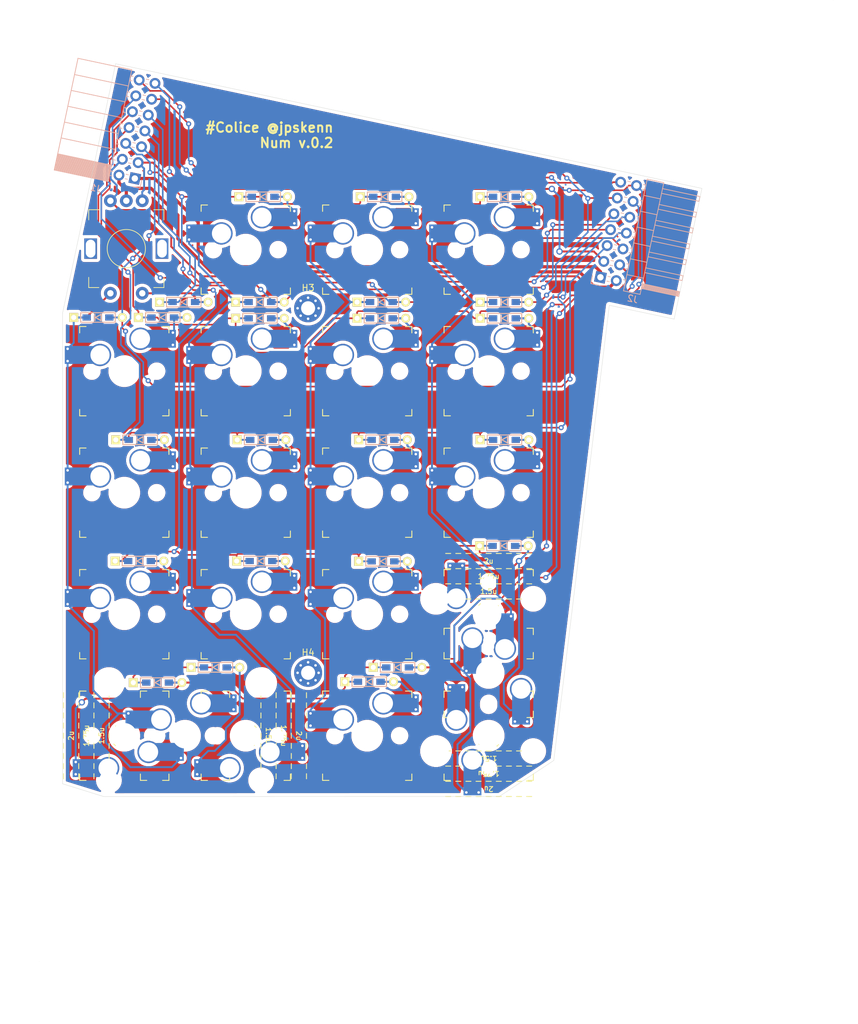
<source format=kicad_pcb>
(kicad_pcb (version 20171130) (host pcbnew "(5.1.5-0-10_14)")
  (layers (0 F.Cu signal) (31 B.Cu signal) (34 B.Paste user) (35 F.Paste user) (36 B.SilkS user) (37 F.SilkS user) (38 B.Mask user) (39 F.Mask user) (44 Edge.Cuts user))
  (net 0 "")
  (net 1 pin6)
  (net 2 pin7)
  (net 3 "Net-(D8-Pad2)")
  (net 4 "Net-(D9-Pad2)")
  (net 5 "Net-(D12-Pad2)")
  (net 6 pin8)
  (net 7 "Net-(D14-Pad2)")
  (net 8 pin9)
  (net 9 pin10)
  (net 10 "Net-(D2-Pad2)")
  (net 11 "Net-(D5-Pad2)")
  (net 12 "Net-(D7-Pad2)")
  (net 13 "Net-(D13-Pad2)")
  (net 14 "Net-(D3-Pad2)")
  (net 15 "Net-(D4-Pad2)")
  (net 16 "Net-(D10-Pad2)")
  (net 17 "Net-(D15-Pad2)")
  (net 18 "Net-(D16-Pad2)")
  (net 19 pin1)
  (net 20 pin2)
  (net 21 "Net-(D11-Pad1)")
  (net 22 pin3)
  (net 23 pin4)
  (net 24 "Net-(D18-Pad2)")
  (net 25 "Net-(D19-Pad2)")
  (net 26 "Net-(D20-Pad2)")
  (net 27 "Net-(D21-Pad2)")
  (net 28 VCC_source)
  (net 29 GND_source)
  (net 30 pin5)
  (net 31 "Net-(D22-Pad2)")
  (net 32 "Net-(D23-Pad2)")
  (net 33 encS1)
  (net 34 encS2)
  (net 35 data-encA)
  (net 36 extra-encB)
  (net 37 "Net-(D6-Pad1)")
  (net 38 "Net-(D17-Pad1)")
  (module Connector_PinSocket_2.54mm:PinSocket_2x07_P2.54mm_Horizontal (layer B.Cu) (at 73.08596 43.6118 348)
    (fp_text reference J1 (at -5.65 2.77 168) (layer B.SilkS) (effects (justify mirror)))
    (fp_text value Conn_02x07_Odd_Even)
    (pad 1 thru_hole rect (at 0 0 348) (size 1.7 1.7) (drill 1) (layers *.Cu *.Mask) (net 28 VCC_source))
    (pad 2 thru_hole oval (at -2.54 0 348) (size 1.7 1.7) (drill 1) (layers *.Cu *.Mask) (net 29 GND_source))
    (pad 3 thru_hole oval (at 0 -2.54 348) (size 1.7 1.7) (drill 1) (layers *.Cu *.Mask) (net 35 data-encA))
    (pad 4 thru_hole oval (at -2.54 -2.54 348) (size 1.7 1.7) (drill 1) (layers *.Cu *.Mask) (net 36 extra-encB))
    (pad 5 thru_hole oval (at 0 -5.08 348) (size 1.7 1.7) (drill 1) (layers *.Cu *.Mask) (net 19 pin1))
    (pad 6 thru_hole oval (at -2.54 -5.08 348) (size 1.7 1.7) (drill 1) (layers *.Cu *.Mask) (net 1 pin6))
    (pad 7 thru_hole oval (at 0 -7.62 348) (size 1.7 1.7) (drill 1) (layers *.Cu *.Mask) (net 20 pin2))
    (pad 8 thru_hole oval (at -2.54 -7.62 348) (size 1.7 1.7) (drill 1) (layers *.Cu *.Mask) (net 2 pin7))
    (pad 9 thru_hole oval (at 0 -10.16 348) (size 1.7 1.7) (drill 1) (layers *.Cu *.Mask) (net 22 pin3))
    (pad 10 thru_hole oval (at -2.54 -10.16 348) (size 1.7 1.7) (drill 1) (layers *.Cu *.Mask) (net 6 pin8))
    (pad 11 thru_hole oval (at 0 -12.7 348) (size 1.7 1.7) (drill 1) (layers *.Cu *.Mask) (net 23 pin4))
    (pad 12 thru_hole oval (at -2.54 -12.7 348) (size 1.7 1.7) (drill 1) (layers *.Cu *.Mask) (net 8 pin9))
    (pad 13 thru_hole oval (at 0 -15.24 348) (size 1.7 1.7) (drill 1) (layers *.Cu *.Mask) (net 30 pin5))
    (pad 14 thru_hole oval (at -2.54 -15.24 348) (size 1.7 1.7) (drill 1) (layers *.Cu *.Mask) (net 9 pin10))
  )
  (module SMK_SU120:D3_TH_SMD (layer F.Cu) (at 85.725 120.25363)
    (fp_text reference D22 hide)
    (fp_text value D hide)
    (pad 1 smd rect (at -1.775 0) (size 1.3 0.95) (layers F.Cu F.Paste F.Mask) (net 9 pin10))
    (pad 2 smd rect (at 1.775 0) (size 1.3 0.95) (layers B.Cu B.Paste B.Mask) (net 31 "Net-(D22-Pad2)"))
    (pad 1 smd rect (at -1.775 0) (size 1.3 0.95) (layers B.Cu B.Paste B.Mask) (net 9 pin10))
    (pad 1 thru_hole rect (at -3.81 0) (size 1.397 1.397) (drill 0.8128) (layers *.Cu *.Mask F.SilkS) (net 9 pin10))
    (pad 2 thru_hole circle (at 3.81 0) (size 1.397 1.397) (drill 0.8128) (layers *.Cu *.Mask F.SilkS) (net 31 "Net-(D22-Pad2)"))
    (pad 2 smd rect (at 1.775 0) (size 1.3 0.95) (layers F.Cu F.Paste F.Mask) (net 31 "Net-(D22-Pad2)"))
  )
  (module SMK_foostan:CherryMX_Hotswap_v2 (layer F.Cu) (at 109.5375 111.91922)
    (fp_text reference SW12)
    (fp_text value SW_Push)
    (pad 2 smd rect (at 5.842 -5.08) (size 4.5 2.8) (layers B.Cu) (net 17 "Net-(D15-Pad2)"))
    (pad 1 smd rect (at -7.085 -2.54) (size 4.5 2.8) (layers B.Cu) (net 21 "Net-(D11-Pad1)"))
    (pad 2 thru_hole circle (at 7.62 -4.118) (size 0.8 0.8) (drill 0.4) (layers *.Cu) (net 17 "Net-(D15-Pad2)"))
    (pad 1 thru_hole circle (at -8.89 -1.578) (size 0.8 0.8) (drill 0.4) (layers *.Cu) (net 21 "Net-(D11-Pad1)"))
    (pad 2 thru_hole circle (at 7.62 -6.042) (size 0.8 0.8) (drill 0.4) (layers *.Cu) (net 17 "Net-(D15-Pad2)"))
    (pad 1 thru_hole circle (at -8.89 -3.502) (size 0.8 0.8) (drill 0.4) (layers *.Cu) (net 21 "Net-(D11-Pad1)"))
    (pad 2 smd rect (at 5.815 -5.08) (size 2.55 2.8) (layers B.Cu B.Paste B.Mask) (net 17 "Net-(D15-Pad2)"))
    (pad 1 smd rect (at -7.085 -2.54) (size 2.55 2.8) (layers B.Cu B.Paste B.Mask) (net 21 "Net-(D11-Pad1)"))
    (pad "" np_thru_hole circle (at 5.08 0 48.0996) (size 1.75 1.75) (drill 1.75) (layers *.Cu *.Mask))
    (pad "" np_thru_hole circle (at -5.08 0 48.0996) (size 1.75 1.75) (drill 1.75) (layers *.Cu *.Mask))
    (pad 1 thru_hole circle (at -3.81 -2.54) (size 3.5 3.5) (drill 3) (layers *.Cu) (net 21 "Net-(D11-Pad1)"))
    (pad "" np_thru_hole circle (at 0 0) (size 3.9878 3.9878) (drill 3.9878) (layers *.Cu *.Mask))
    (pad 2 thru_hole circle (at 2.54 -5.08) (size 3.5 3.5) (drill 3) (layers *.Cu) (net 17 "Net-(D15-Pad2)"))
  )
  (module SMK_SU120:D3_TH_SMD (layer F.Cu) (at 130.96875 101.20355)
    (fp_text reference D21 hide)
    (fp_text value D hide)
    (pad 2 smd rect (at 1.775 0) (size 1.3 0.95) (layers F.Cu F.Paste F.Mask) (net 27 "Net-(D21-Pad2)"))
    (pad 2 thru_hole circle (at 3.81 0) (size 1.397 1.397) (drill 0.8128) (layers *.Cu *.Mask F.SilkS) (net 27 "Net-(D21-Pad2)"))
    (pad 1 thru_hole rect (at -3.81 0) (size 1.397 1.397) (drill 0.8128) (layers *.Cu *.Mask F.SilkS) (net 8 pin9))
    (pad 1 smd rect (at -1.775 0) (size 1.3 0.95) (layers B.Cu B.Paste B.Mask) (net 8 pin9))
    (pad 2 smd rect (at 1.775 0) (size 1.3 0.95) (layers B.Cu B.Paste B.Mask) (net 27 "Net-(D21-Pad2)"))
    (pad 1 smd rect (at -1.775 0) (size 1.3 0.95) (layers F.Cu F.Paste F.Mask) (net 8 pin9))
  )
  (module SMK_foostan:CherryMX_Hotswap_v2 (layer F.Cu) (at 109.5375 54.76898)
    (fp_text reference SW9)
    (fp_text value SW_Push)
    (pad 2 thru_hole circle (at 2.54 -5.08) (size 3.5 3.5) (drill 3) (layers *.Cu) (net 5 "Net-(D12-Pad2)"))
    (pad "" np_thru_hole circle (at 0 0) (size 3.9878 3.9878) (drill 3.9878) (layers *.Cu *.Mask))
    (pad 1 thru_hole circle (at -3.81 -2.54) (size 3.5 3.5) (drill 3) (layers *.Cu) (net 21 "Net-(D11-Pad1)"))
    (pad "" np_thru_hole circle (at -5.08 0 48.0996) (size 1.75 1.75) (drill 1.75) (layers *.Cu *.Mask))
    (pad "" np_thru_hole circle (at 5.08 0 48.0996) (size 1.75 1.75) (drill 1.75) (layers *.Cu *.Mask))
    (pad 1 smd rect (at -7.085 -2.54) (size 2.55 2.8) (layers B.Cu B.Paste B.Mask) (net 21 "Net-(D11-Pad1)"))
    (pad 2 smd rect (at 5.815 -5.08) (size 2.55 2.8) (layers B.Cu B.Paste B.Mask) (net 5 "Net-(D12-Pad2)"))
    (pad 1 thru_hole circle (at -8.89 -3.502) (size 0.8 0.8) (drill 0.4) (layers *.Cu) (net 21 "Net-(D11-Pad1)"))
    (pad 2 thru_hole circle (at 7.62 -6.042) (size 0.8 0.8) (drill 0.4) (layers *.Cu) (net 5 "Net-(D12-Pad2)"))
    (pad 1 thru_hole circle (at -8.89 -1.578) (size 0.8 0.8) (drill 0.4) (layers *.Cu) (net 21 "Net-(D11-Pad1)"))
    (pad 2 thru_hole circle (at 7.62 -4.118) (size 0.8 0.8) (drill 0.4) (layers *.Cu) (net 5 "Net-(D12-Pad2)"))
    (pad 1 smd rect (at -7.085 -2.54) (size 4.5 2.8) (layers B.Cu) (net 21 "Net-(D11-Pad1)"))
    (pad 2 smd rect (at 5.842 -5.08) (size 4.5 2.8) (layers B.Cu) (net 5 "Net-(D12-Pad2)"))
  )
  (module SMK_foostan:CherryMX_Hotswap_v2 (layer F.Cu) (at 109.5375 73.81906)
    (fp_text reference SW10)
    (fp_text value SW_Push)
    (pad 2 thru_hole circle (at 2.54 -5.08) (size 3.5 3.5) (drill 3) (layers *.Cu) (net 13 "Net-(D13-Pad2)"))
    (pad "" np_thru_hole circle (at 0 0) (size 3.9878 3.9878) (drill 3.9878) (layers *.Cu *.Mask))
    (pad 1 thru_hole circle (at -3.81 -2.54) (size 3.5 3.5) (drill 3) (layers *.Cu) (net 21 "Net-(D11-Pad1)"))
    (pad "" np_thru_hole circle (at -5.08 0 48.0996) (size 1.75 1.75) (drill 1.75) (layers *.Cu *.Mask))
    (pad "" np_thru_hole circle (at 5.08 0 48.0996) (size 1.75 1.75) (drill 1.75) (layers *.Cu *.Mask))
    (pad 1 smd rect (at -7.085 -2.54) (size 2.55 2.8) (layers B.Cu B.Paste B.Mask) (net 21 "Net-(D11-Pad1)"))
    (pad 2 smd rect (at 5.815 -5.08) (size 2.55 2.8) (layers B.Cu B.Paste B.Mask) (net 13 "Net-(D13-Pad2)"))
    (pad 1 thru_hole circle (at -8.89 -3.502) (size 0.8 0.8) (drill 0.4) (layers *.Cu) (net 21 "Net-(D11-Pad1)"))
    (pad 2 thru_hole circle (at 7.62 -6.042) (size 0.8 0.8) (drill 0.4) (layers *.Cu) (net 13 "Net-(D13-Pad2)"))
    (pad 1 thru_hole circle (at -8.89 -1.578) (size 0.8 0.8) (drill 0.4) (layers *.Cu) (net 21 "Net-(D11-Pad1)"))
    (pad 2 thru_hole circle (at 7.62 -4.118) (size 0.8 0.8) (drill 0.4) (layers *.Cu) (net 13 "Net-(D13-Pad2)"))
    (pad 1 smd rect (at -7.085 -2.54) (size 4.5 2.8) (layers B.Cu) (net 21 "Net-(D11-Pad1)"))
    (pad 2 smd rect (at 5.842 -5.08) (size 4.5 2.8) (layers B.Cu) (net 13 "Net-(D13-Pad2)"))
  )
  (module SMK_foostan:CherryMX_Hotswap_v2 (layer F.Cu) (at 109.5375 92.86914)
    (fp_text reference SW11)
    (fp_text value SW_Push)
    (pad 2 thru_hole circle (at 2.54 -5.08) (size 3.5 3.5) (drill 3) (layers *.Cu) (net 7 "Net-(D14-Pad2)"))
    (pad "" np_thru_hole circle (at 0 0) (size 3.9878 3.9878) (drill 3.9878) (layers *.Cu *.Mask))
    (pad 1 thru_hole circle (at -3.81 -2.54) (size 3.5 3.5) (drill 3) (layers *.Cu) (net 21 "Net-(D11-Pad1)"))
    (pad "" np_thru_hole circle (at -5.08 0 48.0996) (size 1.75 1.75) (drill 1.75) (layers *.Cu *.Mask))
    (pad "" np_thru_hole circle (at 5.08 0 48.0996) (size 1.75 1.75) (drill 1.75) (layers *.Cu *.Mask))
    (pad 1 smd rect (at -7.085 -2.54) (size 2.55 2.8) (layers B.Cu B.Paste B.Mask) (net 21 "Net-(D11-Pad1)"))
    (pad 2 smd rect (at 5.815 -5.08) (size 2.55 2.8) (layers B.Cu B.Paste B.Mask) (net 7 "Net-(D14-Pad2)"))
    (pad 1 thru_hole circle (at -8.89 -3.502) (size 0.8 0.8) (drill 0.4) (layers *.Cu) (net 21 "Net-(D11-Pad1)"))
    (pad 2 thru_hole circle (at 7.62 -6.042) (size 0.8 0.8) (drill 0.4) (layers *.Cu) (net 7 "Net-(D14-Pad2)"))
    (pad 1 thru_hole circle (at -8.89 -1.578) (size 0.8 0.8) (drill 0.4) (layers *.Cu) (net 21 "Net-(D11-Pad1)"))
    (pad 2 thru_hole circle (at 7.62 -4.118) (size 0.8 0.8) (drill 0.4) (layers *.Cu) (net 7 "Net-(D14-Pad2)"))
    (pad 1 smd rect (at -7.085 -2.54) (size 4.5 2.8) (layers B.Cu) (net 21 "Net-(D11-Pad1)"))
    (pad 2 smd rect (at 5.842 -5.08) (size 4.5 2.8) (layers B.Cu) (net 7 "Net-(D14-Pad2)"))
  )
  (module SMK_foostan:CherryMX_Hotswap_v2 (layer F.Cu) (at 128.5875 121.12353 270)
    (fp_text reference SW17)
    (fp_text value SW_Push)
    (pad 2 thru_hole circle (at 2.54 -5.08 270) (size 3.5 3.5) (drill 3) (layers *.Cu) (net 27 "Net-(D21-Pad2)"))
    (pad "" np_thru_hole circle (at 0 0 270) (size 3.9878 3.9878) (drill 3.9878) (layers *.Cu *.Mask))
    (pad 1 thru_hole circle (at -3.81 -2.54 270) (size 3.5 3.5) (drill 3) (layers *.Cu) (net 38 "Net-(D17-Pad1)"))
    (pad "" np_thru_hole circle (at -5.08 0 318.0996) (size 1.75 1.75) (drill 1.75) (layers *.Cu *.Mask))
    (pad "" np_thru_hole circle (at 5.08 0 318.0996) (size 1.75 1.75) (drill 1.75) (layers *.Cu *.Mask))
    (pad 1 smd rect (at -7.085 -2.54 270) (size 2.55 2.8) (layers B.Cu B.Paste B.Mask) (net 38 "Net-(D17-Pad1)"))
    (pad 2 smd rect (at 5.815 -5.08 270) (size 2.55 2.8) (layers B.Cu B.Paste B.Mask) (net 27 "Net-(D21-Pad2)"))
    (pad 1 thru_hole circle (at -8.89 -3.502 270) (size 0.8 0.8) (drill 0.4) (layers *.Cu) (net 38 "Net-(D17-Pad1)"))
    (pad 2 thru_hole circle (at 7.62 -6.042 270) (size 0.8 0.8) (drill 0.4) (layers *.Cu) (net 27 "Net-(D21-Pad2)"))
    (pad 1 thru_hole circle (at -8.89 -1.578 270) (size 0.8 0.8) (drill 0.4) (layers *.Cu) (net 38 "Net-(D17-Pad1)"))
    (pad 2 thru_hole circle (at 7.62 -4.118 270) (size 0.8 0.8) (drill 0.4) (layers *.Cu) (net 27 "Net-(D21-Pad2)"))
    (pad 1 smd rect (at -7.085 -2.54 270) (size 4.5 2.8) (layers B.Cu) (net 38 "Net-(D17-Pad1)"))
    (pad 2 smd rect (at 5.842 -5.08 270) (size 4.5 2.8) (layers B.Cu) (net 27 "Net-(D21-Pad2)"))
  )
  (module SMK_SU120:D3_TH_SMD (layer F.Cu) (at 92.86875 103.58481)
    (fp_text reference D10 hide)
    (fp_text value D hide)
    (pad 2 smd rect (at 1.775 0) (size 1.3 0.95) (layers F.Cu F.Paste F.Mask) (net 16 "Net-(D10-Pad2)"))
    (pad 2 thru_hole circle (at 3.81 0) (size 1.397 1.397) (drill 0.8128) (layers *.Cu *.Mask F.SilkS) (net 16 "Net-(D10-Pad2)"))
    (pad 1 thru_hole rect (at -3.81 0) (size 1.397 1.397) (drill 0.8128) (layers *.Cu *.Mask F.SilkS) (net 8 pin9))
    (pad 1 smd rect (at -1.775 0) (size 1.3 0.95) (layers B.Cu B.Paste B.Mask) (net 8 pin9))
    (pad 2 smd rect (at 1.775 0) (size 1.3 0.95) (layers B.Cu B.Paste B.Mask) (net 16 "Net-(D10-Pad2)"))
    (pad 1 smd rect (at -1.775 0) (size 1.3 0.95) (layers F.Cu F.Paste F.Mask) (net 8 pin9))
  )
  (module SMK_SU120:D3_TH_SMD (layer F.Cu) (at 112.268 46.482)
    (fp_text reference D12 hide)
    (fp_text value D hide)
    (pad 2 smd rect (at 1.775 0) (size 1.3 0.95) (layers F.Cu F.Paste F.Mask) (net 5 "Net-(D12-Pad2)"))
    (pad 2 thru_hole circle (at 3.81 0) (size 1.397 1.397) (drill 0.8128) (layers *.Cu *.Mask F.SilkS) (net 5 "Net-(D12-Pad2)"))
    (pad 1 thru_hole rect (at -3.81 0) (size 1.397 1.397) (drill 0.8128) (layers *.Cu *.Mask F.SilkS) (net 1 pin6))
    (pad 1 smd rect (at -1.775 0) (size 1.3 0.95) (layers B.Cu B.Paste B.Mask) (net 1 pin6))
    (pad 2 smd rect (at 1.775 0) (size 1.3 0.95) (layers B.Cu B.Paste B.Mask) (net 5 "Net-(D12-Pad2)"))
    (pad 1 smd rect (at -1.775 0) (size 1.3 0.95) (layers F.Cu F.Paste F.Mask) (net 1 pin6))
  )
  (module SMK_SU120:D3_TH_SMD (layer F.Cu) (at 111.76 65.532)
    (fp_text reference D13 hide)
    (fp_text value D hide)
    (pad 2 smd rect (at 1.775 0) (size 1.3 0.95) (layers F.Cu F.Paste F.Mask) (net 13 "Net-(D13-Pad2)"))
    (pad 2 thru_hole circle (at 3.81 0) (size 1.397 1.397) (drill 0.8128) (layers *.Cu *.Mask F.SilkS) (net 13 "Net-(D13-Pad2)"))
    (pad 1 thru_hole rect (at -3.81 0) (size 1.397 1.397) (drill 0.8128) (layers *.Cu *.Mask F.SilkS) (net 2 pin7))
    (pad 1 smd rect (at -1.775 0) (size 1.3 0.95) (layers B.Cu B.Paste B.Mask) (net 2 pin7))
    (pad 2 smd rect (at 1.775 0) (size 1.3 0.95) (layers B.Cu B.Paste B.Mask) (net 13 "Net-(D13-Pad2)"))
    (pad 1 smd rect (at -1.775 0) (size 1.3 0.95) (layers F.Cu F.Paste F.Mask) (net 2 pin7))
  )
  (module SMK_foostan:CherryMX_Hotswap_v2 (layer F.Cu) (at 109.5375 130.9693)
    (fp_text reference SW13)
    (fp_text value SW_Push)
    (pad 2 smd rect (at 5.842 -5.08) (size 4.5 2.8) (layers B.Cu) (net 18 "Net-(D16-Pad2)"))
    (pad 1 smd rect (at -7.085 -2.54) (size 4.5 2.8) (layers B.Cu) (net 21 "Net-(D11-Pad1)"))
    (pad 2 thru_hole circle (at 7.62 -4.118) (size 0.8 0.8) (drill 0.4) (layers *.Cu) (net 18 "Net-(D16-Pad2)"))
    (pad 1 thru_hole circle (at -8.89 -1.578) (size 0.8 0.8) (drill 0.4) (layers *.Cu) (net 21 "Net-(D11-Pad1)"))
    (pad 2 thru_hole circle (at 7.62 -6.042) (size 0.8 0.8) (drill 0.4) (layers *.Cu) (net 18 "Net-(D16-Pad2)"))
    (pad 1 thru_hole circle (at -8.89 -3.502) (size 0.8 0.8) (drill 0.4) (layers *.Cu) (net 21 "Net-(D11-Pad1)"))
    (pad 2 smd rect (at 5.815 -5.08) (size 2.55 2.8) (layers B.Cu B.Paste B.Mask) (net 18 "Net-(D16-Pad2)"))
    (pad 1 smd rect (at -7.085 -2.54) (size 2.55 2.8) (layers B.Cu B.Paste B.Mask) (net 21 "Net-(D11-Pad1)"))
    (pad "" np_thru_hole circle (at 5.08 0 48.0996) (size 1.75 1.75) (drill 1.75) (layers *.Cu *.Mask))
    (pad "" np_thru_hole circle (at -5.08 0 48.0996) (size 1.75 1.75) (drill 1.75) (layers *.Cu *.Mask))
    (pad 1 thru_hole circle (at -3.81 -2.54) (size 3.5 3.5) (drill 3) (layers *.Cu) (net 21 "Net-(D11-Pad1)"))
    (pad "" np_thru_hole circle (at 0 0) (size 3.9878 3.9878) (drill 3.9878) (layers *.Cu *.Mask))
    (pad 2 thru_hole circle (at 2.54 -5.08) (size 3.5 3.5) (drill 3) (layers *.Cu) (net 18 "Net-(D16-Pad2)"))
  )
  (module SMK_SU120:D3_TH_SMD (layer F.Cu) (at 109.855 122.5042)
    (fp_text reference D16 hide)
    (fp_text value D hide)
    (pad 2 smd rect (at 1.775 0) (size 1.3 0.95) (layers F.Cu F.Paste F.Mask) (net 18 "Net-(D16-Pad2)"))
    (pad 2 thru_hole circle (at 3.81 0) (size 1.397 1.397) (drill 0.8128) (layers *.Cu *.Mask F.SilkS) (net 18 "Net-(D16-Pad2)"))
    (pad 1 thru_hole rect (at -3.81 0) (size 1.397 1.397) (drill 0.8128) (layers *.Cu *.Mask F.SilkS) (net 9 pin10))
    (pad 1 smd rect (at -1.775 0) (size 1.3 0.95) (layers B.Cu B.Paste B.Mask) (net 9 pin10))
    (pad 2 smd rect (at 1.775 0) (size 1.3 0.95) (layers B.Cu B.Paste B.Mask) (net 18 "Net-(D16-Pad2)"))
    (pad 1 smd rect (at -1.775 0) (size 1.3 0.95) (layers F.Cu F.Paste F.Mask) (net 9 pin10))
  )
  (module SMK_SU120:CherryMX_MidHeight_Choc_Hotswap_2U_Outline (layer F.Cu) (at 128.5875 121.44426 270)
    (fp_text reference H2 hide)
    (fp_text value MountingHole hide)
    (fp_text user 2u (at -17.859375 0 unlocked) (layer F.SilkS) (effects (font (size 0.8 0.8))))
    (fp_text user 1.75u (at -15.478125 0 unlocked) (layer F.SilkS) (effects (font (size 0.8 0.8))))
    (fp_text user 1.5u (at -13.096875 0 unlocked) (layer F.SilkS) (effects (font (size 0.8 0.8))))
    (fp_text user 1.25u (at -10.715625 0 unlocked) (layer F.SilkS) (effects (font (size 0.8 0.8))))
    (fp_text user 2u (at 17.859375 0 180 unlocked) (layer F.SilkS) (effects (font (size 0.8 0.8))))
    (fp_text user 1.5u (at 13.096875 0 180 unlocked) (layer F.SilkS) (effects (font (size 0.8 0.8))))
    (fp_text user 1.75u (at 15.478125 0 180 unlocked) (layer F.SilkS) (effects (font (size 0.8 0.8))))
    (fp_text user 1.25u (at 10.715625 0 180 unlocked) (layer F.SilkS) (effects (font (size 0.8 0.8))))
    (pad "" np_thru_hole circle (at 11.938 8.255 270) (size 3.9878 3.9878) (drill 3.9878) (layers *.Cu *.Mask))
    (pad "" np_thru_hole circle (at -11.938 8.255 270) (size 3.9878 3.9878) (drill 3.9878) (layers *.Cu *.Mask))
    (pad "" np_thru_hole circle (at 11.938 -6.985 270) (size 3.048 3.048) (drill 3.048) (layers *.Cu *.Mask))
    (pad "" np_thru_hole circle (at -11.938 -6.985 270) (size 3.048 3.048) (drill 3.048) (layers *.Cu *.Mask))
  )
  (module SMK_SU120:MountingHole_2.2mm_M2_Pad_Via (layer F.Cu) (at 100.2655 63.9572)
    (fp_text reference H3 (at 0 -3.2) (layer F.SilkS))
    (fp_text value MountingHole)
    (pad 1 thru_hole circle (at 1.166726 -1.166726) (size 0.7 0.7) (drill 0.4) (layers *.Cu *.Mask))
    (pad 1 thru_hole circle (at 0 -1.65) (size 0.7 0.7) (drill 0.4) (layers *.Cu *.Mask))
    (pad 1 thru_hole circle (at -1.166726 -1.166726) (size 0.7 0.7) (drill 0.4) (layers *.Cu *.Mask))
    (pad 1 thru_hole circle (at -1.65 0) (size 0.7 0.7) (drill 0.4) (layers *.Cu *.Mask))
    (pad 1 thru_hole circle (at -1.166726 1.166726) (size 0.7 0.7) (drill 0.4) (layers *.Cu *.Mask))
    (pad 1 thru_hole circle (at 0 1.65) (size 0.7 0.7) (drill 0.4) (layers *.Cu *.Mask))
    (pad 1 thru_hole circle (at 1.166726 1.166726) (size 0.7 0.7) (drill 0.4) (layers *.Cu *.Mask))
    (pad 1 thru_hole circle (at 1.65 0) (size 0.7 0.7) (drill 0.4) (layers *.Cu *.Mask))
    (pad 1 thru_hole circle (at 0 0) (size 4.4 4.4) (drill 2.2) (layers *.Cu *.Mask))
  )
  (module MountingHole:MountingHole_2.2mm_M2_Pad_Via (layer F.Cu) (at 100.2665 121.1072)
    (fp_text reference H4 (at 0 -3.2) (layer F.SilkS))
    (fp_text value MountingHole)
    (pad 1 thru_hole circle (at 0 0) (size 4.4 4.4) (drill 2.2) (layers *.Cu *.Mask))
    (pad 1 thru_hole circle (at 1.65 0) (size 0.7 0.7) (drill 0.4) (layers *.Cu *.Mask))
    (pad 1 thru_hole circle (at 1.166726 1.166726) (size 0.7 0.7) (drill 0.4) (layers *.Cu *.Mask))
    (pad 1 thru_hole circle (at 0 1.65) (size 0.7 0.7) (drill 0.4) (layers *.Cu *.Mask))
    (pad 1 thru_hole circle (at -1.166726 1.166726) (size 0.7 0.7) (drill 0.4) (layers *.Cu *.Mask))
    (pad 1 thru_hole circle (at -1.65 0) (size 0.7 0.7) (drill 0.4) (layers *.Cu *.Mask))
    (pad 1 thru_hole circle (at -1.166726 -1.166726) (size 0.7 0.7) (drill 0.4) (layers *.Cu *.Mask))
    (pad 1 thru_hole circle (at 0 -1.65) (size 0.7 0.7) (drill 0.4) (layers *.Cu *.Mask))
    (pad 1 thru_hole circle (at 1.166726 -1.166726) (size 0.7 0.7) (drill 0.4) (layers *.Cu *.Mask))
  )
  (module SMK_SU120:D3_TH_SMD (layer F.Cu) (at 67.31 65.405)
    (fp_text reference D1 hide)
    (fp_text value D hide)
    (pad 1 smd rect (at -1.775 0) (size 1.3 0.95) (layers F.Cu F.Paste F.Mask) (net 33 encS1))
    (pad 2 smd rect (at 1.775 0) (size 1.3 0.95) (layers B.Cu B.Paste B.Mask) (net 19 pin1))
    (pad 1 smd rect (at -1.775 0) (size 1.3 0.95) (layers B.Cu B.Paste B.Mask) (net 33 encS1))
    (pad 1 thru_hole rect (at -3.81 0) (size 1.397 1.397) (drill 0.8128) (layers *.Cu *.Mask F.SilkS) (net 33 encS1))
    (pad 2 thru_hole circle (at 3.81 0) (size 1.397 1.397) (drill 0.8128) (layers *.Cu *.Mask F.SilkS) (net 19 pin1))
    (pad 2 smd rect (at 1.775 0) (size 1.3 0.95) (layers F.Cu F.Paste F.Mask) (net 19 pin1))
  )
  (module SMK_SU120:D3_TH_SMD (layer F.Cu) (at 77.47 65.405)
    (fp_text reference D2 hide)
    (fp_text value D hide)
    (pad 2 smd rect (at 1.775 0) (size 1.3 0.95) (layers F.Cu F.Paste F.Mask) (net 10 "Net-(D2-Pad2)"))
    (pad 2 thru_hole circle (at 3.81 0) (size 1.397 1.397) (drill 0.8128) (layers *.Cu *.Mask F.SilkS) (net 10 "Net-(D2-Pad2)"))
    (pad 1 thru_hole rect (at -3.81 0) (size 1.397 1.397) (drill 0.8128) (layers *.Cu *.Mask F.SilkS) (net 2 pin7))
    (pad 1 smd rect (at -1.775 0) (size 1.3 0.95) (layers B.Cu B.Paste B.Mask) (net 2 pin7))
    (pad 2 smd rect (at 1.775 0) (size 1.3 0.95) (layers B.Cu B.Paste B.Mask) (net 10 "Net-(D2-Pad2)"))
    (pad 1 smd rect (at -1.775 0) (size 1.3 0.95) (layers F.Cu F.Paste F.Mask) (net 2 pin7))
  )
  (module SMK_SU120:D3_TH_SMD (layer F.Cu) (at 73.914 84.582)
    (fp_text reference D3 hide)
    (fp_text value D hide)
    (pad 1 smd rect (at -1.775 0) (size 1.3 0.95) (layers F.Cu F.Paste F.Mask) (net 6 pin8))
    (pad 2 smd rect (at 1.775 0) (size 1.3 0.95) (layers B.Cu B.Paste B.Mask) (net 14 "Net-(D3-Pad2)"))
    (pad 1 smd rect (at -1.775 0) (size 1.3 0.95) (layers B.Cu B.Paste B.Mask) (net 6 pin8))
    (pad 1 thru_hole rect (at -3.81 0) (size 1.397 1.397) (drill 0.8128) (layers *.Cu *.Mask F.SilkS) (net 6 pin8))
    (pad 2 thru_hole circle (at 3.81 0) (size 1.397 1.397) (drill 0.8128) (layers *.Cu *.Mask F.SilkS) (net 14 "Net-(D3-Pad2)"))
    (pad 2 smd rect (at 1.775 0) (size 1.3 0.95) (layers F.Cu F.Paste F.Mask) (net 14 "Net-(D3-Pad2)"))
  )
  (module SMK_SU120:D3_TH_SMD (layer F.Cu) (at 73.81875 103.58481)
    (fp_text reference D4 hide)
    (fp_text value D hide)
    (pad 1 smd rect (at -1.775 0) (size 1.3 0.95) (layers F.Cu F.Paste F.Mask) (net 8 pin9))
    (pad 2 smd rect (at 1.775 0) (size 1.3 0.95) (layers B.Cu B.Paste B.Mask) (net 15 "Net-(D4-Pad2)"))
    (pad 1 smd rect (at -1.775 0) (size 1.3 0.95) (layers B.Cu B.Paste B.Mask) (net 8 pin9))
    (pad 1 thru_hole rect (at -3.81 0) (size 1.397 1.397) (drill 0.8128) (layers *.Cu *.Mask F.SilkS) (net 8 pin9))
    (pad 2 thru_hole circle (at 3.81 0) (size 1.397 1.397) (drill 0.8128) (layers *.Cu *.Mask F.SilkS) (net 15 "Net-(D4-Pad2)"))
    (pad 2 smd rect (at 1.775 0) (size 1.3 0.95) (layers F.Cu F.Paste F.Mask) (net 15 "Net-(D4-Pad2)"))
  )
  (module SMK_SU120:D3_TH_SMD (layer F.Cu) (at 76.666601 122.640115)
    (fp_text reference D5 hide)
    (fp_text value D hide)
    (pad 2 smd rect (at 1.775 0) (size 1.3 0.95) (layers F.Cu F.Paste F.Mask) (net 11 "Net-(D5-Pad2)"))
    (pad 2 thru_hole circle (at 3.81 0) (size 1.397 1.397) (drill 0.8128) (layers *.Cu *.Mask F.SilkS) (net 11 "Net-(D5-Pad2)"))
    (pad 1 thru_hole rect (at -3.81 0) (size 1.397 1.397) (drill 0.8128) (layers *.Cu *.Mask F.SilkS) (net 9 pin10))
    (pad 1 smd rect (at -1.775 0) (size 1.3 0.95) (layers B.Cu B.Paste B.Mask) (net 9 pin10))
    (pad 2 smd rect (at 1.775 0) (size 1.3 0.95) (layers B.Cu B.Paste B.Mask) (net 11 "Net-(D5-Pad2)"))
    (pad 1 smd rect (at -1.775 0) (size 1.3 0.95) (layers F.Cu F.Paste F.Mask) (net 9 pin10))
  )
  (module SMK_SU120:D3_TH_SMD (layer F.Cu) (at 92.71 62.992)
    (fp_text reference D6 hide)
    (fp_text value D hide)
    (pad 1 smd rect (at -1.775 0) (size 1.3 0.95) (layers F.Cu F.Paste F.Mask) (net 37 "Net-(D6-Pad1)"))
    (pad 2 smd rect (at 1.775 0) (size 1.3 0.95) (layers B.Cu B.Paste B.Mask) (net 20 pin2))
    (pad 1 smd rect (at -1.775 0) (size 1.3 0.95) (layers B.Cu B.Paste B.Mask) (net 37 "Net-(D6-Pad1)"))
    (pad 1 thru_hole rect (at -3.81 0) (size 1.397 1.397) (drill 0.8128) (layers *.Cu *.Mask F.SilkS) (net 37 "Net-(D6-Pad1)"))
    (pad 2 thru_hole circle (at 3.81 0) (size 1.397 1.397) (drill 0.8128) (layers *.Cu *.Mask F.SilkS) (net 20 pin2))
    (pad 2 smd rect (at 1.775 0) (size 1.3 0.95) (layers F.Cu F.Paste F.Mask) (net 20 pin2))
  )
  (module SMK_SU120:D3_TH_SMD (layer F.Cu) (at 93.218 46.482)
    (fp_text reference D7 hide)
    (fp_text value D hide)
    (pad 2 smd rect (at 1.775 0) (size 1.3 0.95) (layers F.Cu F.Paste F.Mask) (net 12 "Net-(D7-Pad2)"))
    (pad 2 thru_hole circle (at 3.81 0) (size 1.397 1.397) (drill 0.8128) (layers *.Cu *.Mask F.SilkS) (net 12 "Net-(D7-Pad2)"))
    (pad 1 thru_hole rect (at -3.81 0) (size 1.397 1.397) (drill 0.8128) (layers *.Cu *.Mask F.SilkS) (net 1 pin6))
    (pad 1 smd rect (at -1.775 0) (size 1.3 0.95) (layers B.Cu B.Paste B.Mask) (net 1 pin6))
    (pad 2 smd rect (at 1.775 0) (size 1.3 0.95) (layers B.Cu B.Paste B.Mask) (net 12 "Net-(D7-Pad2)"))
    (pad 1 smd rect (at -1.775 0) (size 1.3 0.95) (layers F.Cu F.Paste F.Mask) (net 1 pin6))
  )
  (module SMK_SU120:D3_TH_SMD (layer F.Cu) (at 92.71 65.532)
    (fp_text reference D8 hide)
    (fp_text value D hide)
    (pad 1 smd rect (at -1.775 0) (size 1.3 0.95) (layers F.Cu F.Paste F.Mask) (net 2 pin7))
    (pad 2 smd rect (at 1.775 0) (size 1.3 0.95) (layers B.Cu B.Paste B.Mask) (net 3 "Net-(D8-Pad2)"))
    (pad 1 smd rect (at -1.775 0) (size 1.3 0.95) (layers B.Cu B.Paste B.Mask) (net 2 pin7))
    (pad 1 thru_hole rect (at -3.81 0) (size 1.397 1.397) (drill 0.8128) (layers *.Cu *.Mask F.SilkS) (net 2 pin7))
    (pad 2 thru_hole circle (at 3.81 0) (size 1.397 1.397) (drill 0.8128) (layers *.Cu *.Mask F.SilkS) (net 3 "Net-(D8-Pad2)"))
    (pad 2 smd rect (at 1.775 0) (size 1.3 0.95) (layers F.Cu F.Paste F.Mask) (net 3 "Net-(D8-Pad2)"))
  )
  (module SMK_SU120:D3_TH_SMD (layer F.Cu) (at 92.964 84.582)
    (fp_text reference D9 hide)
    (fp_text value D hide)
    (pad 1 smd rect (at -1.775 0) (size 1.3 0.95) (layers F.Cu F.Paste F.Mask) (net 6 pin8))
    (pad 2 smd rect (at 1.775 0) (size 1.3 0.95) (layers B.Cu B.Paste B.Mask) (net 4 "Net-(D9-Pad2)"))
    (pad 1 smd rect (at -1.775 0) (size 1.3 0.95) (layers B.Cu B.Paste B.Mask) (net 6 pin8))
    (pad 1 thru_hole rect (at -3.81 0) (size 1.397 1.397) (drill 0.8128) (layers *.Cu *.Mask F.SilkS) (net 6 pin8))
    (pad 2 thru_hole circle (at 3.81 0) (size 1.397 1.397) (drill 0.8128) (layers *.Cu *.Mask F.SilkS) (net 4 "Net-(D9-Pad2)"))
    (pad 2 smd rect (at 1.775 0) (size 1.3 0.95) (layers F.Cu F.Paste F.Mask) (net 4 "Net-(D9-Pad2)"))
  )
  (module SMK_SU120:D3_TH_SMD (layer F.Cu) (at 111.76 62.992)
    (fp_text reference D11 hide)
    (fp_text value D hide)
    (pad 1 smd rect (at -1.775 0) (size 1.3 0.95) (layers F.Cu F.Paste F.Mask) (net 21 "Net-(D11-Pad1)"))
    (pad 2 smd rect (at 1.775 0) (size 1.3 0.95) (layers B.Cu B.Paste B.Mask) (net 22 pin3))
    (pad 1 smd rect (at -1.775 0) (size 1.3 0.95) (layers B.Cu B.Paste B.Mask) (net 21 "Net-(D11-Pad1)"))
    (pad 1 thru_hole rect (at -3.81 0) (size 1.397 1.397) (drill 0.8128) (layers *.Cu *.Mask F.SilkS) (net 21 "Net-(D11-Pad1)"))
    (pad 2 thru_hole circle (at 3.81 0) (size 1.397 1.397) (drill 0.8128) (layers *.Cu *.Mask F.SilkS) (net 22 pin3))
    (pad 2 smd rect (at 1.775 0) (size 1.3 0.95) (layers F.Cu F.Paste F.Mask) (net 22 pin3))
  )
  (module SMK_SU120:D3_TH_SMD (layer F.Cu) (at 112.014 84.582)
    (fp_text reference D14 hide)
    (fp_text value D hide)
    (pad 2 smd rect (at 1.775 0) (size 1.3 0.95) (layers F.Cu F.Paste F.Mask) (net 7 "Net-(D14-Pad2)"))
    (pad 2 thru_hole circle (at 3.81 0) (size 1.397 1.397) (drill 0.8128) (layers *.Cu *.Mask F.SilkS) (net 7 "Net-(D14-Pad2)"))
    (pad 1 thru_hole rect (at -3.81 0) (size 1.397 1.397) (drill 0.8128) (layers *.Cu *.Mask F.SilkS) (net 6 pin8))
    (pad 1 smd rect (at -1.775 0) (size 1.3 0.95) (layers B.Cu B.Paste B.Mask) (net 6 pin8))
    (pad 2 smd rect (at 1.775 0) (size 1.3 0.95) (layers B.Cu B.Paste B.Mask) (net 7 "Net-(D14-Pad2)"))
    (pad 1 smd rect (at -1.775 0) (size 1.3 0.95) (layers F.Cu F.Paste F.Mask) (net 6 pin8))
  )
  (module SMK_SU120:D3_TH_SMD (layer F.Cu) (at 112.014 103.632)
    (fp_text reference D15 hide)
    (fp_text value D hide)
    (pad 2 smd rect (at 1.775 0) (size 1.3 0.95) (layers F.Cu F.Paste F.Mask) (net 17 "Net-(D15-Pad2)"))
    (pad 2 thru_hole circle (at 3.81 0) (size 1.397 1.397) (drill 0.8128) (layers *.Cu *.Mask F.SilkS) (net 17 "Net-(D15-Pad2)"))
    (pad 1 thru_hole rect (at -3.81 0) (size 1.397 1.397) (drill 0.8128) (layers *.Cu *.Mask F.SilkS) (net 8 pin9))
    (pad 1 smd rect (at -1.775 0) (size 1.3 0.95) (layers B.Cu B.Paste B.Mask) (net 8 pin9))
    (pad 2 smd rect (at 1.775 0) (size 1.3 0.95) (layers B.Cu B.Paste B.Mask) (net 17 "Net-(D15-Pad2)"))
    (pad 1 smd rect (at -1.775 0) (size 1.3 0.95) (layers F.Cu F.Paste F.Mask) (net 8 pin9))
  )
  (module SMK_SU120:D3_TH_SMD (layer F.Cu) (at 131.064 62.992)
    (fp_text reference D17 hide)
    (fp_text value D hide)
    (pad 1 smd rect (at -1.775 0) (size 1.3 0.95) (layers F.Cu F.Paste F.Mask) (net 38 "Net-(D17-Pad1)"))
    (pad 2 smd rect (at 1.775 0) (size 1.3 0.95) (layers B.Cu B.Paste B.Mask) (net 23 pin4))
    (pad 1 smd rect (at -1.775 0) (size 1.3 0.95) (layers B.Cu B.Paste B.Mask) (net 38 "Net-(D17-Pad1)"))
    (pad 1 thru_hole rect (at -3.81 0) (size 1.397 1.397) (drill 0.8128) (layers *.Cu *.Mask F.SilkS) (net 38 "Net-(D17-Pad1)"))
    (pad 2 thru_hole circle (at 3.81 0) (size 1.397 1.397) (drill 0.8128) (layers *.Cu *.Mask F.SilkS) (net 23 pin4))
    (pad 2 smd rect (at 1.775 0) (size 1.3 0.95) (layers F.Cu F.Paste F.Mask) (net 23 pin4))
  )
  (module SMK_SU120:D3_TH_SMD (layer F.Cu) (at 131.064 46.482)
    (fp_text reference D18 hide)
    (fp_text value D hide)
    (pad 2 smd rect (at 1.775 0) (size 1.3 0.95) (layers F.Cu F.Paste F.Mask) (net 24 "Net-(D18-Pad2)"))
    (pad 2 thru_hole circle (at 3.81 0) (size 1.397 1.397) (drill 0.8128) (layers *.Cu *.Mask F.SilkS) (net 24 "Net-(D18-Pad2)"))
    (pad 1 thru_hole rect (at -3.81 0) (size 1.397 1.397) (drill 0.8128) (layers *.Cu *.Mask F.SilkS) (net 1 pin6))
    (pad 1 smd rect (at -1.775 0) (size 1.3 0.95) (layers B.Cu B.Paste B.Mask) (net 1 pin6))
    (pad 2 smd rect (at 1.775 0) (size 1.3 0.95) (layers B.Cu B.Paste B.Mask) (net 24 "Net-(D18-Pad2)"))
    (pad 1 smd rect (at -1.775 0) (size 1.3 0.95) (layers F.Cu F.Paste F.Mask) (net 1 pin6))
  )
  (module SMK_SU120:D3_TH_SMD (layer F.Cu) (at 131.064 65.532)
    (fp_text reference D19 hide)
    (fp_text value D hide)
    (pad 2 smd rect (at 1.775 0) (size 1.3 0.95) (layers F.Cu F.Paste F.Mask) (net 25 "Net-(D19-Pad2)"))
    (pad 2 thru_hole circle (at 3.81 0) (size 1.397 1.397) (drill 0.8128) (layers *.Cu *.Mask F.SilkS) (net 25 "Net-(D19-Pad2)"))
    (pad 1 thru_hole rect (at -3.81 0) (size 1.397 1.397) (drill 0.8128) (layers *.Cu *.Mask F.SilkS) (net 2 pin7))
    (pad 1 smd rect (at -1.775 0) (size 1.3 0.95) (layers B.Cu B.Paste B.Mask) (net 2 pin7))
    (pad 2 smd rect (at 1.775 0) (size 1.3 0.95) (layers B.Cu B.Paste B.Mask) (net 25 "Net-(D19-Pad2)"))
    (pad 1 smd rect (at -1.775 0) (size 1.3 0.95) (layers F.Cu F.Paste F.Mask) (net 2 pin7))
  )
  (module SMK_SU120:D3_TH_SMD (layer F.Cu) (at 131.064 84.582)
    (fp_text reference D20 hide)
    (fp_text value D hide)
    (pad 2 smd rect (at 1.775 0) (size 1.3 0.95) (layers F.Cu F.Paste F.Mask) (net 26 "Net-(D20-Pad2)"))
    (pad 2 thru_hole circle (at 3.81 0) (size 1.397 1.397) (drill 0.8128) (layers *.Cu *.Mask F.SilkS) (net 26 "Net-(D20-Pad2)"))
    (pad 1 thru_hole rect (at -3.81 0) (size 1.397 1.397) (drill 0.8128) (layers *.Cu *.Mask F.SilkS) (net 6 pin8))
    (pad 1 smd rect (at -1.775 0) (size 1.3 0.95) (layers B.Cu B.Paste B.Mask) (net 6 pin8))
    (pad 2 smd rect (at 1.775 0) (size 1.3 0.95) (layers B.Cu B.Paste B.Mask) (net 26 "Net-(D20-Pad2)"))
    (pad 1 smd rect (at -1.775 0) (size 1.3 0.95) (layers F.Cu F.Paste F.Mask) (net 6 pin8))
  )
  (module SMK_SU120:CherryMX_MidHeight_Choc_Hotswap_2U_Outline (layer F.Cu) (at 80.9625 130.9693 180)
    (fp_text reference H1 hide)
    (fp_text value MountingHole hide)
    (fp_text user 1.25u (at 10.715625 0 90 unlocked) (layer F.SilkS) (effects (font (size 0.8 0.8))))
    (fp_text user 1.75u (at 15.478125 0 90 unlocked) (layer F.SilkS) (effects (font (size 0.8 0.8))))
    (fp_text user 1.5u (at 13.096875 0 90 unlocked) (layer F.SilkS) (effects (font (size 0.8 0.8))))
    (fp_text user 2u (at 17.859375 0 90 unlocked) (layer F.SilkS) (effects (font (size 0.8 0.8))))
    (fp_text user 1.25u (at -10.715625 0 270 unlocked) (layer F.SilkS) (effects (font (size 0.8 0.8))))
    (fp_text user 1.5u (at -13.096875 0 270 unlocked) (layer F.SilkS) (effects (font (size 0.8 0.8))))
    (fp_text user 1.75u (at -15.478125 0 270 unlocked) (layer F.SilkS) (effects (font (size 0.8 0.8))))
    (fp_text user 2u (at -17.859375 0 270 unlocked) (layer F.SilkS) (effects (font (size 0.8 0.8))))
    (pad "" np_thru_hole circle (at -11.938 -6.985 180) (size 3.048 3.048) (drill 3.048) (layers *.Cu *.Mask))
    (pad "" np_thru_hole circle (at 11.938 -6.985 180) (size 3.048 3.048) (drill 3.048) (layers *.Cu *.Mask))
    (pad "" np_thru_hole circle (at -11.938 8.255 180) (size 3.9878 3.9878) (drill 3.9878) (layers *.Cu *.Mask))
    (pad "" np_thru_hole circle (at 11.938 8.255 180) (size 3.9878 3.9878) (drill 3.9878) (layers *.Cu *.Mask))
  )
  (module Connector_PinHeader_2.54mm:PinHeader_2x07_P2.54mm_Horizontal (layer B.Cu) (at 146.11604 59.10072 348)
    (fp_text reference J2 (at 5.655 2.27 168) (layer B.SilkS) (effects (justify mirror)))
    (fp_text value Conn_02x07_Odd_Even)
    (pad 1 thru_hole rect (at 0 0 348) (size 1.7 1.7) (drill 1) (layers *.Cu *.Mask) (net 28 VCC_source))
    (pad 2 thru_hole oval (at 2.54 0 348) (size 1.7 1.7) (drill 1) (layers *.Cu *.Mask) (net 29 GND_source))
    (pad 3 thru_hole oval (at 0 -2.54 348) (size 1.7 1.7) (drill 1) (layers *.Cu *.Mask) (net 35 data-encA))
    (pad 4 thru_hole oval (at 2.54 -2.54 348) (size 1.7 1.7) (drill 1) (layers *.Cu *.Mask) (net 36 extra-encB))
    (pad 5 thru_hole oval (at 0 -5.08 348) (size 1.7 1.7) (drill 1) (layers *.Cu *.Mask) (net 19 pin1))
    (pad 6 thru_hole oval (at 2.54 -5.08 348) (size 1.7 1.7) (drill 1) (layers *.Cu *.Mask) (net 1 pin6))
    (pad 7 thru_hole oval (at 0 -7.62 348) (size 1.7 1.7) (drill 1) (layers *.Cu *.Mask) (net 20 pin2))
    (pad 8 thru_hole oval (at 2.54 -7.62 348) (size 1.7 1.7) (drill 1) (layers *.Cu *.Mask) (net 2 pin7))
    (pad 9 thru_hole oval (at 0 -10.16 348) (size 1.7 1.7) (drill 1) (layers *.Cu *.Mask) (net 22 pin3))
    (pad 10 thru_hole oval (at 2.54 -10.16 348) (size 1.7 1.7) (drill 1) (layers *.Cu *.Mask) (net 6 pin8))
    (pad 11 thru_hole oval (at 0 -12.7 348) (size 1.7 1.7) (drill 1) (layers *.Cu *.Mask) (net 23 pin4))
    (pad 12 thru_hole oval (at 2.54 -12.7 348) (size 1.7 1.7) (drill 1) (layers *.Cu *.Mask) (net 8 pin9))
    (pad 13 thru_hole oval (at 0 -15.24 348) (size 1.7 1.7) (drill 1) (layers *.Cu *.Mask) (net 30 pin5))
    (pad 14 thru_hole oval (at 2.54 -15.24 348) (size 1.7 1.7) (drill 1) (layers *.Cu *.Mask) (net 9 pin10))
  )
  (module SMK_foostan:CherryMX_Hotswap_v2 (layer F.Cu) (at 71.4375 73.81906)
    (fp_text reference SW1)
    (fp_text value SW_Push)
    (pad 2 smd rect (at 5.842 -5.08) (size 4.5 2.8) (layers B.Cu) (net 10 "Net-(D2-Pad2)"))
    (pad 1 smd rect (at -7.085 -2.54) (size 4.5 2.8) (layers B.Cu) (net 33 encS1))
    (pad 2 thru_hole circle (at 7.62 -4.118) (size 0.8 0.8) (drill 0.4) (layers *.Cu) (net 10 "Net-(D2-Pad2)"))
    (pad 1 thru_hole circle (at -8.89 -1.578) (size 0.8 0.8) (drill 0.4) (layers *.Cu) (net 33 encS1))
    (pad 2 thru_hole circle (at 7.62 -6.042) (size 0.8 0.8) (drill 0.4) (layers *.Cu) (net 10 "Net-(D2-Pad2)"))
    (pad 1 thru_hole circle (at -8.89 -3.502) (size 0.8 0.8) (drill 0.4) (layers *.Cu) (net 33 encS1))
    (pad 2 smd rect (at 5.815 -5.08) (size 2.55 2.8) (layers B.Cu B.Paste B.Mask) (net 10 "Net-(D2-Pad2)"))
    (pad 1 smd rect (at -7.085 -2.54) (size 2.55 2.8) (layers B.Cu B.Paste B.Mask) (net 33 encS1))
    (pad "" np_thru_hole circle (at 5.08 0 48.0996) (size 1.75 1.75) (drill 1.75) (layers *.Cu *.Mask))
    (pad "" np_thru_hole circle (at -5.08 0 48.0996) (size 1.75 1.75) (drill 1.75) (layers *.Cu *.Mask))
    (pad 1 thru_hole circle (at -3.81 -2.54) (size 3.5 3.5) (drill 3) (layers *.Cu) (net 33 encS1))
    (pad "" np_thru_hole circle (at 0 0) (size 3.9878 3.9878) (drill 3.9878) (layers *.Cu *.Mask))
    (pad 2 thru_hole circle (at 2.54 -5.08) (size 3.5 3.5) (drill 3) (layers *.Cu) (net 10 "Net-(D2-Pad2)"))
  )
  (module SMK_foostan:CherryMX_Hotswap_v2 (layer F.Cu) (at 71.4375 92.86914)
    (fp_text reference SW2)
    (fp_text value SW_Push)
    (pad 2 smd rect (at 5.842 -5.08) (size 4.5 2.8) (layers B.Cu) (net 14 "Net-(D3-Pad2)"))
    (pad 1 smd rect (at -7.085 -2.54) (size 4.5 2.8) (layers B.Cu) (net 33 encS1))
    (pad 2 thru_hole circle (at 7.62 -4.118) (size 0.8 0.8) (drill 0.4) (layers *.Cu) (net 14 "Net-(D3-Pad2)"))
    (pad 1 thru_hole circle (at -8.89 -1.578) (size 0.8 0.8) (drill 0.4) (layers *.Cu) (net 33 encS1))
    (pad 2 thru_hole circle (at 7.62 -6.042) (size 0.8 0.8) (drill 0.4) (layers *.Cu) (net 14 "Net-(D3-Pad2)"))
    (pad 1 thru_hole circle (at -8.89 -3.502) (size 0.8 0.8) (drill 0.4) (layers *.Cu) (net 33 encS1))
    (pad 2 smd rect (at 5.815 -5.08) (size 2.55 2.8) (layers B.Cu B.Paste B.Mask) (net 14 "Net-(D3-Pad2)"))
    (pad 1 smd rect (at -7.085 -2.54) (size 2.55 2.8) (layers B.Cu B.Paste B.Mask) (net 33 encS1))
    (pad "" np_thru_hole circle (at 5.08 0 48.0996) (size 1.75 1.75) (drill 1.75) (layers *.Cu *.Mask))
    (pad "" np_thru_hole circle (at -5.08 0 48.0996) (size 1.75 1.75) (drill 1.75) (layers *.Cu *.Mask))
    (pad 1 thru_hole circle (at -3.81 -2.54) (size 3.5 3.5) (drill 3) (layers *.Cu) (net 33 encS1))
    (pad "" np_thru_hole circle (at 0 0) (size 3.9878 3.9878) (drill 3.9878) (layers *.Cu *.Mask))
    (pad 2 thru_hole circle (at 2.54 -5.08) (size 3.5 3.5) (drill 3) (layers *.Cu) (net 14 "Net-(D3-Pad2)"))
  )
  (module SMK_foostan:CherryMX_Hotswap_v2 (layer F.Cu) (at 71.4375 111.91922)
    (fp_text reference SW3)
    (fp_text value SW_Push)
    (pad 2 smd rect (at 5.842 -5.08) (size 4.5 2.8) (layers B.Cu) (net 15 "Net-(D4-Pad2)"))
    (pad 1 smd rect (at -7.085 -2.54) (size 4.5 2.8) (layers B.Cu) (net 33 encS1))
    (pad 2 thru_hole circle (at 7.62 -4.118) (size 0.8 0.8) (drill 0.4) (layers *.Cu) (net 15 "Net-(D4-Pad2)"))
    (pad 1 thru_hole circle (at -8.89 -1.578) (size 0.8 0.8) (drill 0.4) (layers *.Cu) (net 33 encS1))
    (pad 2 thru_hole circle (at 7.62 -6.042) (size 0.8 0.8) (drill 0.4) (layers *.Cu) (net 15 "Net-(D4-Pad2)"))
    (pad 1 thru_hole circle (at -8.89 -3.502) (size 0.8 0.8) (drill 0.4) (layers *.Cu) (net 33 encS1))
    (pad 2 smd rect (at 5.815 -5.08) (size 2.55 2.8) (layers B.Cu B.Paste B.Mask) (net 15 "Net-(D4-Pad2)"))
    (pad 1 smd rect (at -7.085 -2.54) (size 2.55 2.8) (layers B.Cu B.Paste B.Mask) (net 33 encS1))
    (pad "" np_thru_hole circle (at 5.08 0 48.0996) (size 1.75 1.75) (drill 1.75) (layers *.Cu *.Mask))
    (pad "" np_thru_hole circle (at -5.08 0 48.0996) (size 1.75 1.75) (drill 1.75) (layers *.Cu *.Mask))
    (pad 1 thru_hole circle (at -3.81 -2.54) (size 3.5 3.5) (drill 3) (layers *.Cu) (net 33 encS1))
    (pad "" np_thru_hole circle (at 0 0) (size 3.9878 3.9878) (drill 3.9878) (layers *.Cu *.Mask))
    (pad 2 thru_hole circle (at 2.54 -5.08) (size 3.5 3.5) (drill 3) (layers *.Cu) (net 15 "Net-(D4-Pad2)"))
  )
  (module SMK_foostan:CherryMX_Hotswap_v2 (layer F.Cu) (at 80.9625 130.9693)
    (fp_text reference SW4)
    (fp_text value SW_Push)
    (pad 2 thru_hole circle (at 2.54 -5.08) (size 3.5 3.5) (drill 3) (layers *.Cu) (net 11 "Net-(D5-Pad2)"))
    (pad "" np_thru_hole circle (at 0 0) (size 3.9878 3.9878) (drill 3.9878) (layers *.Cu *.Mask))
    (pad 1 thru_hole circle (at -3.81 -2.54) (size 3.5 3.5) (drill 3) (layers *.Cu) (net 33 encS1))
    (pad "" np_thru_hole circle (at -5.08 0 48.0996) (size 1.75 1.75) (drill 1.75) (layers *.Cu *.Mask))
    (pad "" np_thru_hole circle (at 5.08 0 48.0996) (size 1.75 1.75) (drill 1.75) (layers *.Cu *.Mask))
    (pad 1 smd rect (at -7.085 -2.54) (size 2.55 2.8) (layers B.Cu B.Paste B.Mask) (net 33 encS1))
    (pad 2 smd rect (at 5.815 -5.08) (size 2.55 2.8) (layers B.Cu B.Paste B.Mask) (net 11 "Net-(D5-Pad2)"))
    (pad 1 thru_hole circle (at -8.89 -3.502) (size 0.8 0.8) (drill 0.4) (layers *.Cu) (net 33 encS1))
    (pad 2 thru_hole circle (at 7.62 -6.042) (size 0.8 0.8) (drill 0.4) (layers *.Cu) (net 11 "Net-(D5-Pad2)"))
    (pad 1 thru_hole circle (at -8.89 -1.578) (size 0.8 0.8) (drill 0.4) (layers *.Cu) (net 33 encS1))
    (pad 2 thru_hole circle (at 7.62 -4.118) (size 0.8 0.8) (drill 0.4) (layers *.Cu) (net 11 "Net-(D5-Pad2)"))
    (pad 1 smd rect (at -7.085 -2.54) (size 4.5 2.8) (layers B.Cu) (net 33 encS1))
    (pad 2 smd rect (at 5.842 -5.08) (size 4.5 2.8) (layers B.Cu) (net 11 "Net-(D5-Pad2)"))
  )
  (module SMK_foostan:CherryMX_Hotswap_v2 (layer F.Cu) (at 90.4875 54.76898)
    (fp_text reference SW5)
    (fp_text value SW_Push)
    (pad 2 thru_hole circle (at 2.54 -5.08) (size 3.5 3.5) (drill 3) (layers *.Cu) (net 12 "Net-(D7-Pad2)"))
    (pad "" np_thru_hole circle (at 0 0) (size 3.9878 3.9878) (drill 3.9878) (layers *.Cu *.Mask))
    (pad 1 thru_hole circle (at -3.81 -2.54) (size 3.5 3.5) (drill 3) (layers *.Cu) (net 37 "Net-(D6-Pad1)"))
    (pad "" np_thru_hole circle (at -5.08 0 48.0996) (size 1.75 1.75) (drill 1.75) (layers *.Cu *.Mask))
    (pad "" np_thru_hole circle (at 5.08 0 48.0996) (size 1.75 1.75) (drill 1.75) (layers *.Cu *.Mask))
    (pad 1 smd rect (at -7.085 -2.54) (size 2.55 2.8) (layers B.Cu B.Paste B.Mask) (net 37 "Net-(D6-Pad1)"))
    (pad 2 smd rect (at 5.815 -5.08) (size 2.55 2.8) (layers B.Cu B.Paste B.Mask) (net 12 "Net-(D7-Pad2)"))
    (pad 1 thru_hole circle (at -8.89 -3.502) (size 0.8 0.8) (drill 0.4) (layers *.Cu) (net 37 "Net-(D6-Pad1)"))
    (pad 2 thru_hole circle (at 7.62 -6.042) (size 0.8 0.8) (drill 0.4) (layers *.Cu) (net 12 "Net-(D7-Pad2)"))
    (pad 1 thru_hole circle (at -8.89 -1.578) (size 0.8 0.8) (drill 0.4) (layers *.Cu) (net 37 "Net-(D6-Pad1)"))
    (pad 2 thru_hole circle (at 7.62 -4.118) (size 0.8 0.8) (drill 0.4) (layers *.Cu) (net 12 "Net-(D7-Pad2)"))
    (pad 1 smd rect (at -7.085 -2.54) (size 4.5 2.8) (layers B.Cu) (net 37 "Net-(D6-Pad1)"))
    (pad 2 smd rect (at 5.842 -5.08) (size 4.5 2.8) (layers B.Cu) (net 12 "Net-(D7-Pad2)"))
  )
  (module SMK_foostan:CherryMX_Hotswap_v2 (layer F.Cu) (at 90.4875 73.81906)
    (fp_text reference SW6)
    (fp_text value SW_Push)
    (pad 2 smd rect (at 5.842 -5.08) (size 4.5 2.8) (layers B.Cu) (net 3 "Net-(D8-Pad2)"))
    (pad 1 smd rect (at -7.085 -2.54) (size 4.5 2.8) (layers B.Cu) (net 37 "Net-(D6-Pad1)"))
    (pad 2 thru_hole circle (at 7.62 -4.118) (size 0.8 0.8) (drill 0.4) (layers *.Cu) (net 3 "Net-(D8-Pad2)"))
    (pad 1 thru_hole circle (at -8.89 -1.578) (size 0.8 0.8) (drill 0.4) (layers *.Cu) (net 37 "Net-(D6-Pad1)"))
    (pad 2 thru_hole circle (at 7.62 -6.042) (size 0.8 0.8) (drill 0.4) (layers *.Cu) (net 3 "Net-(D8-Pad2)"))
    (pad 1 thru_hole circle (at -8.89 -3.502) (size 0.8 0.8) (drill 0.4) (layers *.Cu) (net 37 "Net-(D6-Pad1)"))
    (pad 2 smd rect (at 5.815 -5.08) (size 2.55 2.8) (layers B.Cu B.Paste B.Mask) (net 3 "Net-(D8-Pad2)"))
    (pad 1 smd rect (at -7.085 -2.54) (size 2.55 2.8) (layers B.Cu B.Paste B.Mask) (net 37 "Net-(D6-Pad1)"))
    (pad "" np_thru_hole circle (at 5.08 0 48.0996) (size 1.75 1.75) (drill 1.75) (layers *.Cu *.Mask))
    (pad "" np_thru_hole circle (at -5.08 0 48.0996) (size 1.75 1.75) (drill 1.75) (layers *.Cu *.Mask))
    (pad 1 thru_hole circle (at -3.81 -2.54) (size 3.5 3.5) (drill 3) (layers *.Cu) (net 37 "Net-(D6-Pad1)"))
    (pad "" np_thru_hole circle (at 0 0) (size 3.9878 3.9878) (drill 3.9878) (layers *.Cu *.Mask))
    (pad 2 thru_hole circle (at 2.54 -5.08) (size 3.5 3.5) (drill 3) (layers *.Cu) (net 3 "Net-(D8-Pad2)"))
  )
  (module SMK_foostan:CherryMX_Hotswap_v2 (layer F.Cu) (at 90.4875 92.86914)
    (fp_text reference SW7)
    (fp_text value SW_Push)
    (pad 2 thru_hole circle (at 2.54 -5.08) (size 3.5 3.5) (drill 3) (layers *.Cu) (net 4 "Net-(D9-Pad2)"))
    (pad "" np_thru_hole circle (at 0 0) (size 3.9878 3.9878) (drill 3.9878) (layers *.Cu *.Mask))
    (pad 1 thru_hole circle (at -3.81 -2.54) (size 3.5 3.5) (drill 3) (layers *.Cu) (net 37 "Net-(D6-Pad1)"))
    (pad "" np_thru_hole circle (at -5.08 0 48.0996) (size 1.75 1.75) (drill 1.75) (layers *.Cu *.Mask))
    (pad "" np_thru_hole circle (at 5.08 0 48.0996) (size 1.75 1.75) (drill 1.75) (layers *.Cu *.Mask))
    (pad 1 smd rect (at -7.085 -2.54) (size 2.55 2.8) (layers B.Cu B.Paste B.Mask) (net 37 "Net-(D6-Pad1)"))
    (pad 2 smd rect (at 5.815 -5.08) (size 2.55 2.8) (layers B.Cu B.Paste B.Mask) (net 4 "Net-(D9-Pad2)"))
    (pad 1 thru_hole circle (at -8.89 -3.502) (size 0.8 0.8) (drill 0.4) (layers *.Cu) (net 37 "Net-(D6-Pad1)"))
    (pad 2 thru_hole circle (at 7.62 -6.042) (size 0.8 0.8) (drill 0.4) (layers *.Cu) (net 4 "Net-(D9-Pad2)"))
    (pad 1 thru_hole circle (at -8.89 -1.578) (size 0.8 0.8) (drill 0.4) (layers *.Cu) (net 37 "Net-(D6-Pad1)"))
    (pad 2 thru_hole circle (at 7.62 -4.118) (size 0.8 0.8) (drill 0.4) (layers *.Cu) (net 4 "Net-(D9-Pad2)"))
    (pad 1 smd rect (at -7.085 -2.54) (size 4.5 2.8) (layers B.Cu) (net 37 "Net-(D6-Pad1)"))
    (pad 2 smd rect (at 5.842 -5.08) (size 4.5 2.8) (layers B.Cu) (net 4 "Net-(D9-Pad2)"))
  )
  (module SMK_foostan:CherryMX_Hotswap_v2 (layer F.Cu) (at 90.4875 111.91922)
    (fp_text reference SW8)
    (fp_text value SW_Push)
    (pad 2 thru_hole circle (at 2.54 -5.08) (size 3.5 3.5) (drill 3) (layers *.Cu) (net 16 "Net-(D10-Pad2)"))
    (pad "" np_thru_hole circle (at 0 0) (size 3.9878 3.9878) (drill 3.9878) (layers *.Cu *.Mask))
    (pad 1 thru_hole circle (at -3.81 -2.54) (size 3.5 3.5) (drill 3) (layers *.Cu) (net 37 "Net-(D6-Pad1)"))
    (pad "" np_thru_hole circle (at -5.08 0 48.0996) (size 1.75 1.75) (drill 1.75) (layers *.Cu *.Mask))
    (pad "" np_thru_hole circle (at 5.08 0 48.0996) (size 1.75 1.75) (drill 1.75) (layers *.Cu *.Mask))
    (pad 1 smd rect (at -7.085 -2.54) (size 2.55 2.8) (layers B.Cu B.Paste B.Mask) (net 37 "Net-(D6-Pad1)"))
    (pad 2 smd rect (at 5.815 -5.08) (size 2.55 2.8) (layers B.Cu B.Paste B.Mask) (net 16 "Net-(D10-Pad2)"))
    (pad 1 thru_hole circle (at -8.89 -3.502) (size 0.8 0.8) (drill 0.4) (layers *.Cu) (net 37 "Net-(D6-Pad1)"))
    (pad 2 thru_hole circle (at 7.62 -6.042) (size 0.8 0.8) (drill 0.4) (layers *.Cu) (net 16 "Net-(D10-Pad2)"))
    (pad 1 thru_hole circle (at -8.89 -1.578) (size 0.8 0.8) (drill 0.4) (layers *.Cu) (net 37 "Net-(D6-Pad1)"))
    (pad 2 thru_hole circle (at 7.62 -4.118) (size 0.8 0.8) (drill 0.4) (layers *.Cu) (net 16 "Net-(D10-Pad2)"))
    (pad 1 smd rect (at -7.085 -2.54) (size 4.5 2.8) (layers B.Cu) (net 37 "Net-(D6-Pad1)"))
    (pad 2 smd rect (at 5.842 -5.08) (size 4.5 2.8) (layers B.Cu) (net 16 "Net-(D10-Pad2)"))
  )
  (module SMK_foostan:CherryMX_Hotswap_v2 (layer F.Cu) (at 128.5875 54.76898)
    (fp_text reference SW14)
    (fp_text value SW_Push)
    (pad 2 thru_hole circle (at 2.54 -5.08) (size 3.5 3.5) (drill 3) (layers *.Cu) (net 24 "Net-(D18-Pad2)"))
    (pad "" np_thru_hole circle (at 0 0) (size 3.9878 3.9878) (drill 3.9878) (layers *.Cu *.Mask))
    (pad 1 thru_hole circle (at -3.81 -2.54) (size 3.5 3.5) (drill 3) (layers *.Cu) (net 38 "Net-(D17-Pad1)"))
    (pad "" np_thru_hole circle (at -5.08 0 48.0996) (size 1.75 1.75) (drill 1.75) (layers *.Cu *.Mask))
    (pad "" np_thru_hole circle (at 5.08 0 48.0996) (size 1.75 1.75) (drill 1.75) (layers *.Cu *.Mask))
    (pad 1 smd rect (at -7.085 -2.54) (size 2.55 2.8) (layers B.Cu B.Paste B.Mask) (net 38 "Net-(D17-Pad1)"))
    (pad 2 smd rect (at 5.815 -5.08) (size 2.55 2.8) (layers B.Cu B.Paste B.Mask) (net 24 "Net-(D18-Pad2)"))
    (pad 1 thru_hole circle (at -8.89 -3.502) (size 0.8 0.8) (drill 0.4) (layers *.Cu) (net 38 "Net-(D17-Pad1)"))
    (pad 2 thru_hole circle (at 7.62 -6.042) (size 0.8 0.8) (drill 0.4) (layers *.Cu) (net 24 "Net-(D18-Pad2)"))
    (pad 1 thru_hole circle (at -8.89 -1.578) (size 0.8 0.8) (drill 0.4) (layers *.Cu) (net 38 "Net-(D17-Pad1)"))
    (pad 2 thru_hole circle (at 7.62 -4.118) (size 0.8 0.8) (drill 0.4) (layers *.Cu) (net 24 "Net-(D18-Pad2)"))
    (pad 1 smd rect (at -7.085 -2.54) (size 4.5 2.8) (layers B.Cu) (net 38 "Net-(D17-Pad1)"))
    (pad 2 smd rect (at 5.842 -5.08) (size 4.5 2.8) (layers B.Cu) (net 24 "Net-(D18-Pad2)"))
  )
  (module SMK_foostan:CherryMX_Hotswap_v2 (layer F.Cu) (at 128.5875 73.81906)
    (fp_text reference SW15)
    (fp_text value SW_Push)
    (pad 2 smd rect (at 5.842 -5.08) (size 4.5 2.8) (layers B.Cu) (net 25 "Net-(D19-Pad2)"))
    (pad 1 smd rect (at -7.085 -2.54) (size 4.5 2.8) (layers B.Cu) (net 38 "Net-(D17-Pad1)"))
    (pad 2 thru_hole circle (at 7.62 -4.118) (size 0.8 0.8) (drill 0.4) (layers *.Cu) (net 25 "Net-(D19-Pad2)"))
    (pad 1 thru_hole circle (at -8.89 -1.578) (size 0.8 0.8) (drill 0.4) (layers *.Cu) (net 38 "Net-(D17-Pad1)"))
    (pad 2 thru_hole circle (at 7.62 -6.042) (size 0.8 0.8) (drill 0.4) (layers *.Cu) (net 25 "Net-(D19-Pad2)"))
    (pad 1 thru_hole circle (at -8.89 -3.502) (size 0.8 0.8) (drill 0.4) (layers *.Cu) (net 38 "Net-(D17-Pad1)"))
    (pad 2 smd rect (at 5.815 -5.08) (size 2.55 2.8) (layers B.Cu B.Paste B.Mask) (net 25 "Net-(D19-Pad2)"))
    (pad 1 smd rect (at -7.085 -2.54) (size 2.55 2.8) (layers B.Cu B.Paste B.Mask) (net 38 "Net-(D17-Pad1)"))
    (pad "" np_thru_hole circle (at 5.08 0 48.0996) (size 1.75 1.75) (drill 1.75) (layers *.Cu *.Mask))
    (pad "" np_thru_hole circle (at -5.08 0 48.0996) (size 1.75 1.75) (drill 1.75) (layers *.Cu *.Mask))
    (pad 1 thru_hole circle (at -3.81 -2.54) (size 3.5 3.5) (drill 3) (layers *.Cu) (net 38 "Net-(D17-Pad1)"))
    (pad "" np_thru_hole circle (at 0 0) (size 3.9878 3.9878) (drill 3.9878) (layers *.Cu *.Mask))
    (pad 2 thru_hole circle (at 2.54 -5.08) (size 3.5 3.5) (drill 3) (layers *.Cu) (net 25 "Net-(D19-Pad2)"))
  )
  (module SMK_foostan:CherryMX_Hotswap_v2 (layer F.Cu) (at 128.5875 92.86914)
    (fp_text reference SW16)
    (fp_text value SW_Push)
    (pad 2 thru_hole circle (at 2.54 -5.08) (size 3.5 3.5) (drill 3) (layers *.Cu) (net 26 "Net-(D20-Pad2)"))
    (pad "" np_thru_hole circle (at 0 0) (size 3.9878 3.9878) (drill 3.9878) (layers *.Cu *.Mask))
    (pad 1 thru_hole circle (at -3.81 -2.54) (size 3.5 3.5) (drill 3) (layers *.Cu) (net 38 "Net-(D17-Pad1)"))
    (pad "" np_thru_hole circle (at -5.08 0 48.0996) (size 1.75 1.75) (drill 1.75) (layers *.Cu *.Mask))
    (pad "" np_thru_hole circle (at 5.08 0 48.0996) (size 1.75 1.75) (drill 1.75) (layers *.Cu *.Mask))
    (pad 1 smd rect (at -7.085 -2.54) (size 2.55 2.8) (layers B.Cu B.Paste B.Mask) (net 38 "Net-(D17-Pad1)"))
    (pad 2 smd rect (at 5.815 -5.08) (size 2.55 2.8) (layers B.Cu B.Paste B.Mask) (net 26 "Net-(D20-Pad2)"))
    (pad 1 thru_hole circle (at -8.89 -3.502) (size 0.8 0.8) (drill 0.4) (layers *.Cu) (net 38 "Net-(D17-Pad1)"))
    (pad 2 thru_hole circle (at 7.62 -6.042) (size 0.8 0.8) (drill 0.4) (layers *.Cu) (net 26 "Net-(D20-Pad2)"))
    (pad 1 thru_hole circle (at -8.89 -1.578) (size 0.8 0.8) (drill 0.4) (layers *.Cu) (net 38 "Net-(D17-Pad1)"))
    (pad 2 thru_hole circle (at 7.62 -4.118) (size 0.8 0.8) (drill 0.4) (layers *.Cu) (net 26 "Net-(D20-Pad2)"))
    (pad 1 smd rect (at -7.085 -2.54) (size 4.5 2.8) (layers B.Cu) (net 38 "Net-(D17-Pad1)"))
    (pad 2 smd rect (at 5.842 -5.08) (size 4.5 2.8) (layers B.Cu) (net 26 "Net-(D20-Pad2)"))
  )
  (module SMK_SU120:D3_TH_SMD (layer F.Cu) (at 114.3 120.25363)
    (fp_text reference D23 hide)
    (fp_text value D hide)
    (pad 2 smd rect (at 1.775 0) (size 1.3 0.95) (layers F.Cu F.Paste F.Mask) (net 32 "Net-(D23-Pad2)"))
    (pad 2 thru_hole circle (at 3.81 0) (size 1.397 1.397) (drill 0.8128) (layers *.Cu *.Mask F.SilkS) (net 32 "Net-(D23-Pad2)"))
    (pad 1 thru_hole rect (at -3.81 0) (size 1.397 1.397) (drill 0.8128) (layers *.Cu *.Mask F.SilkS) (net 9 pin10))
    (pad 1 smd rect (at -1.775 0) (size 1.3 0.95) (layers B.Cu B.Paste B.Mask) (net 9 pin10))
    (pad 2 smd rect (at 1.775 0) (size 1.3 0.95) (layers B.Cu B.Paste B.Mask) (net 32 "Net-(D23-Pad2)"))
    (pad 1 smd rect (at -1.775 0) (size 1.3 0.95) (layers F.Cu F.Paste F.Mask) (net 9 pin10))
  )
  (module SMK_foostan:CherryMX_Hotswap_v2 (layer F.Cu) (at 90.4875 130.9693 180)
    (fp_text reference SW18)
    (fp_text value SW_Push)
    (pad 2 thru_hole circle (at 2.54 -5.08 180) (size 3.5 3.5) (drill 3) (layers *.Cu) (net 31 "Net-(D22-Pad2)"))
    (pad "" np_thru_hole circle (at 0 0 180) (size 3.9878 3.9878) (drill 3.9878) (layers *.Cu *.Mask))
    (pad 1 thru_hole circle (at -3.81 -2.54 180) (size 3.5 3.5) (drill 3) (layers *.Cu) (net 37 "Net-(D6-Pad1)"))
    (pad "" np_thru_hole circle (at -5.08 0 228.0996) (size 1.75 1.75) (drill 1.75) (layers *.Cu *.Mask))
    (pad "" np_thru_hole circle (at 5.08 0 228.0996) (size 1.75 1.75) (drill 1.75) (layers *.Cu *.Mask))
    (pad 1 smd rect (at -7.085 -2.54 180) (size 2.55 2.8) (layers B.Cu B.Paste B.Mask) (net 37 "Net-(D6-Pad1)"))
    (pad 2 smd rect (at 5.815 -5.08 180) (size 2.55 2.8) (layers B.Cu B.Paste B.Mask) (net 31 "Net-(D22-Pad2)"))
    (pad 1 thru_hole circle (at -8.89 -3.502 180) (size 0.8 0.8) (drill 0.4) (layers *.Cu) (net 37 "Net-(D6-Pad1)"))
    (pad 2 thru_hole circle (at 7.62 -6.042 180) (size 0.8 0.8) (drill 0.4) (layers *.Cu) (net 31 "Net-(D22-Pad2)"))
    (pad 1 thru_hole circle (at -8.89 -1.578 180) (size 0.8 0.8) (drill 0.4) (layers *.Cu) (net 37 "Net-(D6-Pad1)"))
    (pad 2 thru_hole circle (at 7.62 -4.118 180) (size 0.8 0.8) (drill 0.4) (layers *.Cu) (net 31 "Net-(D22-Pad2)"))
    (pad 1 smd rect (at -7.085 -2.54 180) (size 4.5 2.8) (layers B.Cu) (net 37 "Net-(D6-Pad1)"))
    (pad 2 smd rect (at 5.842 -5.08 180) (size 4.5 2.8) (layers B.Cu) (net 31 "Net-(D22-Pad2)"))
  )
  (module SMK_foostan:CherryMX_Hotswap_v2 (layer F.Cu) (at 128.5875 130.9693 90)
    (fp_text reference SW19)
    (fp_text value SW_Push)
    (pad 2 smd rect (at 5.842 -5.08 90) (size 4.5 2.8) (layers B.Cu) (net 32 "Net-(D23-Pad2)"))
    (pad 1 smd rect (at -7.085 -2.54 90) (size 4.5 2.8) (layers B.Cu) (net 38 "Net-(D17-Pad1)"))
    (pad 2 thru_hole circle (at 7.62 -4.118 90) (size 0.8 0.8) (drill 0.4) (layers *.Cu) (net 32 "Net-(D23-Pad2)"))
    (pad 1 thru_hole circle (at -8.89 -1.578 90) (size 0.8 0.8) (drill 0.4) (layers *.Cu) (net 38 "Net-(D17-Pad1)"))
    (pad 2 thru_hole circle (at 7.62 -6.042 90) (size 0.8 0.8) (drill 0.4) (layers *.Cu) (net 32 "Net-(D23-Pad2)"))
    (pad 1 thru_hole circle (at -8.89 -3.502 90) (size 0.8 0.8) (drill 0.4) (layers *.Cu) (net 38 "Net-(D17-Pad1)"))
    (pad 2 smd rect (at 5.815 -5.08 90) (size 2.55 2.8) (layers B.Cu B.Paste B.Mask) (net 32 "Net-(D23-Pad2)"))
    (pad 1 smd rect (at -7.085 -2.54 90) (size 2.55 2.8) (layers B.Cu B.Paste B.Mask) (net 38 "Net-(D17-Pad1)"))
    (pad "" np_thru_hole circle (at 5.08 0 138.0996) (size 1.75 1.75) (drill 1.75) (layers *.Cu *.Mask))
    (pad "" np_thru_hole circle (at -5.08 0 138.0996) (size 1.75 1.75) (drill 1.75) (layers *.Cu *.Mask))
    (pad 1 thru_hole circle (at -3.81 -2.54 90) (size 3.5 3.5) (drill 3) (layers *.Cu) (net 38 "Net-(D17-Pad1)"))
    (pad "" np_thru_hole circle (at 0 0 90) (size 3.9878 3.9878) (drill 3.9878) (layers *.Cu *.Mask))
    (pad 2 thru_hole circle (at 2.54 -5.08 90) (size 3.5 3.5) (drill 3) (layers *.Cu) (net 32 "Net-(D23-Pad2)"))
  )
  (module SMK_foostan:CherryMX_Hotswap_v2 (layer F.Cu) (at 71.4375 130.9693 180)
    (fp_text reference SW20)
    (fp_text value SW_Push)
    (pad 2 thru_hole circle (at 2.54 -5.08 180) (size 3.5 3.5) (drill 3) (layers *.Cu) (net 11 "Net-(D5-Pad2)"))
    (pad "" np_thru_hole circle (at 0 0 180) (size 3.9878 3.9878) (drill 3.9878) (layers *.Cu *.Mask))
    (pad 1 thru_hole circle (at -3.81 -2.54 180) (size 3.5 3.5) (drill 3) (layers *.Cu) (net 33 encS1))
    (pad "" np_thru_hole circle (at -5.08 0 228.0996) (size 1.75 1.75) (drill 1.75) (layers *.Cu *.Mask))
    (pad "" np_thru_hole circle (at 5.08 0 228.0996) (size 1.75 1.75) (drill 1.75) (layers *.Cu *.Mask))
    (pad 1 smd rect (at -7.085 -2.54 180) (size 2.55 2.8) (layers B.Cu B.Paste B.Mask) (net 33 encS1))
    (pad 2 smd rect (at 5.815 -5.08 180) (size 2.55 2.8) (layers B.Cu B.Paste B.Mask) (net 11 "Net-(D5-Pad2)"))
    (pad 1 thru_hole circle (at -8.89 -3.502 180) (size 0.8 0.8) (drill 0.4) (layers *.Cu) (net 33 encS1))
    (pad 2 thru_hole circle (at 7.62 -6.042 180) (size 0.8 0.8) (drill 0.4) (layers *.Cu) (net 11 "Net-(D5-Pad2)"))
    (pad 1 thru_hole circle (at -8.89 -1.578 180) (size 0.8 0.8) (drill 0.4) (layers *.Cu) (net 33 encS1))
    (pad 2 thru_hole circle (at 7.62 -4.118 180) (size 0.8 0.8) (drill 0.4) (layers *.Cu) (net 11 "Net-(D5-Pad2)"))
    (pad 1 smd rect (at -7.085 -2.54 180) (size 4.5 2.8) (layers B.Cu) (net 33 encS1))
    (pad 2 smd rect (at 5.842 -5.08 180) (size 4.5 2.8) (layers B.Cu) (net 11 "Net-(D5-Pad2)"))
  )
  (module SMK_foostan:CherryMX_Hotswap_v2 (layer F.Cu) (at 128.5875 111.91922 90)
    (fp_text reference SW21)
    (fp_text value SW_Push)
    (pad 2 smd rect (at 5.842 -5.08 90) (size 4.5 2.8) (layers B.Cu) (net 27 "Net-(D21-Pad2)"))
    (pad 1 smd rect (at -7.085 -2.54 90) (size 4.5 2.8) (layers B.Cu) (net 38 "Net-(D17-Pad1)"))
    (pad 2 thru_hole circle (at 7.62 -4.118 90) (size 0.8 0.8) (drill 0.4) (layers *.Cu) (net 27 "Net-(D21-Pad2)"))
    (pad 1 thru_hole circle (at -8.89 -1.578 90) (size 0.8 0.8) (drill 0.4) (layers *.Cu) (net 38 "Net-(D17-Pad1)"))
    (pad 2 thru_hole circle (at 7.62 -6.042 90) (size 0.8 0.8) (drill 0.4) (layers *.Cu) (net 27 "Net-(D21-Pad2)"))
    (pad 1 thru_hole circle (at -8.89 -3.502 90) (size 0.8 0.8) (drill 0.4) (layers *.Cu) (net 38 "Net-(D17-Pad1)"))
    (pad 2 smd rect (at 5.815 -5.08 90) (size 2.55 2.8) (layers B.Cu B.Paste B.Mask) (net 27 "Net-(D21-Pad2)"))
    (pad 1 smd rect (at -7.085 -2.54 90) (size 2.55 2.8) (layers B.Cu B.Paste B.Mask) (net 38 "Net-(D17-Pad1)"))
    (pad "" np_thru_hole circle (at 5.08 0 138.0996) (size 1.75 1.75) (drill 1.75) (layers *.Cu *.Mask))
    (pad "" np_thru_hole circle (at -5.08 0 138.0996) (size 1.75 1.75) (drill 1.75) (layers *.Cu *.Mask))
    (pad 1 thru_hole circle (at -3.81 -2.54 90) (size 3.5 3.5) (drill 3) (layers *.Cu) (net 38 "Net-(D17-Pad1)"))
    (pad "" np_thru_hole circle (at 0 0 90) (size 3.9878 3.9878) (drill 3.9878) (layers *.Cu *.Mask))
    (pad 2 thru_hole circle (at 2.54 -5.08 90) (size 3.5 3.5) (drill 3) (layers *.Cu) (net 27 "Net-(D21-Pad2)"))
  )
  (module SMK_SU120:D3_TH_SMD (layer F.Cu) (at 80.772 62.992)
    (fp_text reference D24 hide)
    (fp_text value D hide)
    (pad 1 smd rect (at -1.775 0) (size 1.3 0.95) (layers F.Cu F.Paste F.Mask) (net 1 pin6))
    (pad 2 smd rect (at 1.775 0) (size 1.3 0.95) (layers B.Cu B.Paste B.Mask) (net 34 encS2))
    (pad 1 smd rect (at -1.775 0) (size 1.3 0.95) (layers B.Cu B.Paste B.Mask) (net 1 pin6))
    (pad 1 thru_hole rect (at -3.81 0) (size 1.397 1.397) (drill 0.8128) (layers *.Cu *.Mask F.SilkS) (net 1 pin6))
    (pad 2 thru_hole circle (at 3.81 0) (size 1.397 1.397) (drill 0.8128) (layers *.Cu *.Mask F.SilkS) (net 34 encS2))
    (pad 2 smd rect (at 1.775 0) (size 1.3 0.95) (layers F.Cu F.Paste F.Mask) (net 34 encS2))
  )
  (module SMK_SU120:RotaryEncoder_Alps_EC11E-Switch_Vertical_H20mm_rev2 (layer F.Cu) (at 71.755 54.61 270)
    (fp_text reference SW22)
    (fp_text value Rotary_Encoder_Switch)
    (pad A thru_hole circle (at -7.5 -2.5 270) (size 2 2) (drill 1) (layers *.Cu *.Mask) (net 35 data-encA))
    (pad C thru_hole circle (at -7.5 0 270) (size 2 2) (drill 1) (layers *.Cu *.Mask) (net 29 GND_source))
    (pad B thru_hole circle (at -7.5 2.5 270) (size 2 2) (drill 1) (layers *.Cu *.Mask) (net 36 extra-encB))
    (pad MP thru_hole rect (at 0 -5.6 270) (size 3.2 2) (drill oval 2.8 1.5) (layers *.Cu *.Mask))
    (pad MP thru_hole rect (at 0 5.6 270) (size 3.2 2) (drill oval 2.8 1.5) (layers *.Cu *.Mask))
    (pad S2 thru_hole circle (at 7 -2.5 270) (size 2 2) (drill 1) (layers *.Cu *.Mask) (net 34 encS2))
    (pad S1 thru_hole circle (at 7 2.5 270) (size 2 2) (drill 1) (layers *.Cu *.Mask) (net 33 encS1))
  )
  (gr_line (start 138.80084 134.8486) (end 130.2512 140.4874) (layer Edge.Cuts) (width 0.05))
  (gr_line (start 147.510552 63.497872) (end 138.80084 134.8486) (layer Edge.Cuts) (width 0.05))
  (gr_line (start 61.750384 138.49886) (end 61.750457 64.747827) (layer Edge.Cuts) (width 0.05))
  (gr_line (start 182.636795 15.66004) (end 182.636795 15.66004) (layer Edge.Cuts) (width 0.05))
  (gr_line (start 58.095196 166.361683) (end 58.095196 166.361683) (layer Edge.Cuts) (width 0.05))
  (gr_line (start 157.679393 65.65662) (end 147.510552 63.497872) (layer Edge.Cuts) (width 0.05))
  (gr_line (start 130.2512 140.4874) (end 68.199 140.502839) (layer Edge.Cuts) (width 0.05))
  (gr_line (start 68.199 140.502839) (end 61.750384 138.49886) (layer Edge.Cuts) (width 0.05))
  (gr_line (start 70.071571 25.63188) (end 162.034091 45.16938) (layer Edge.Cuts) (width 0.05))
  (gr_line (start 61.750457 64.747827) (end 70.071571 25.63188) (layer Edge.Cuts) (width 0.05))
  (gr_line (start 162.034091 45.16938) (end 157.679393 65.65662) (layer Edge.Cuts) (width 0.05))
  (gr_text "#Colice @jpskenn\nNum v.0.2" (at 104.394 36.83) (layer F.SilkS) (effects (font (size 1.5 1.5) (thickness 0.3)) (justify right)))
  (segment (start 89.408 46.482) (end 91.443 46.482) (width 0.25) (layer F.Cu) (net 1))
  (segment (start 108.458 46.482) (end 110.493 46.482) (width 0.25) (layer F.Cu) (net 1))
  (segment (start 89.408 46.482) (end 91.443 46.482) (width 0.25) (layer B.Cu) (net 1))
  (segment (start 108.458 46.482) (end 110.493 46.482) (width 0.25) (layer B.Cu) (net 1))
  (segment (start 127.254 46.482) (end 129.289 46.482) (width 0.25) (layer F.Cu) (net 1))
  (segment (start 129.289 46.482) (end 127.254 46.482) (width 0.25) (layer B.Cu) (net 1))
  (segment (start 131.176247 52.956729) (end 127.254 49.034482) (width 0.25) (layer F.Cu) (net 1))
  (segment (start 147.953629 52.956729) (end 131.176247 52.956729) (width 0.25) (layer F.Cu) (net 1))
  (segment (start 127.254 49.034482) (end 127.254 47.4305) (width 0.25) (layer F.Cu) (net 1))
  (segment (start 149.656726 54.659826) (end 147.953629 52.956729) (width 0.25) (layer F.Cu) (net 1))
  (segment (start 113.213023 47.605501) (end 112.089522 46.482) (width 0.25) (layer F.Cu) (net 1))
  (segment (start 127.078999 47.605501) (end 113.213023 47.605501) (width 0.25) (layer F.Cu) (net 1))
  (segment (start 127.254 47.4305) (end 127.078999 47.605501) (width 0.25) (layer F.Cu) (net 1))
  (segment (start 109.4065 46.482) (end 108.458 46.482) (width 0.25) (layer F.Cu) (net 1))
  (segment (start 112.089522 46.482) (end 109.4065 46.482) (width 0.25) (layer F.Cu) (net 1))
  (segment (start 127.254 46.482) (end 127.254 47.4305) (width 0.25) (layer F.Cu) (net 1))
  (segment (start 90.3565 46.482) (end 89.408 46.482) (width 0.25) (layer F.Cu) (net 1))
  (segment (start 94.163023 47.605501) (end 93.039522 46.482) (width 0.25) (layer F.Cu) (net 1))
  (segment (start 93.039522 46.482) (end 90.3565 46.482) (width 0.25) (layer F.Cu) (net 1))
  (segment (start 108.282999 47.605501) (end 94.163023 47.605501) (width 0.25) (layer F.Cu) (net 1))
  (segment (start 108.458 47.4305) (end 108.282999 47.605501) (width 0.25) (layer F.Cu) (net 1))
  (segment (start 108.458 46.482) (end 108.458 47.4305) (width 0.25) (layer F.Cu) (net 1))
  (segment (start 73.395246 39.852304) (end 74.226057 39.852304) (width 0.25) (layer B.Cu) (net 1))
  (segment (start 76.636398 42.66179) (end 76.033063 42.66179) (width 0.25) (layer F.Cu) (net 1))
  (segment (start 71.657656 38.114714) (end 73.395246 39.852304) (width 0.25) (layer B.Cu) (net 1))
  (via (at 75.467378 42.66179) (size 0.8) (drill 0.4) (layers F.Cu B.Cu) (net 1))
  (segment (start 74.226057 39.852304) (end 75.467378 41.093625) (width 0.25) (layer B.Cu) (net 1))
  (segment (start 75.467378 42.096105) (end 75.467378 42.66179) (width 0.25) (layer B.Cu) (net 1))
  (segment (start 80.456608 46.482) (end 76.636398 42.66179) (width 0.25) (layer F.Cu) (net 1))
  (segment (start 75.467378 41.093625) (end 75.467378 42.096105) (width 0.25) (layer B.Cu) (net 1))
  (segment (start 89.408 46.482) (end 80.456608 46.482) (width 0.25) (layer F.Cu) (net 1))
  (segment (start 76.033063 42.66179) (end 75.467378 42.66179) (width 0.25) (layer F.Cu) (net 1))
  (segment (start 76.962 62.992) (end 78.997 62.992) (width 0.25) (layer B.Cu) (net 1))
  (segment (start 78.997 62.992) (end 76.962 62.992) (width 0.25) (layer F.Cu) (net 1))
  (via (at 80.456608 46.482) (size 0.8) (drill 0.4) (layers F.Cu B.Cu) (net 1))
  (segment (start 80.456608 53.969849) (end 80.456608 47.047685) (width 0.25) (layer B.Cu) (net 1))
  (segment (start 82.55 56.063241) (end 80.456608 53.969849) (width 0.25) (layer B.Cu) (net 1))
  (segment (start 80.456608 47.047685) (end 80.456608 46.482) (width 0.25) (layer B.Cu) (net 1))
  (segment (start 79.897 62.992) (end 82.55 60.339) (width 0.25) (layer B.Cu) (net 1))
  (segment (start 82.55 60.339) (end 82.55 56.063241) (width 0.25) (layer B.Cu) (net 1))
  (segment (start 78.997 62.992) (end 79.897 62.992) (width 0.25) (layer B.Cu) (net 1))
  (segment (start 88.9 65.532) (end 90.935 65.532) (width 0.25) (layer B.Cu) (net 2))
  (segment (start 107.95 65.532) (end 109.985 65.532) (width 0.25) (layer B.Cu) (net 2))
  (segment (start 88.9 65.532) (end 90.935 65.532) (width 0.25) (layer F.Cu) (net 2))
  (segment (start 109.985 65.532) (end 107.95 65.532) (width 0.25) (layer F.Cu) (net 2))
  (segment (start 129.289 65.532) (end 127.254 65.532) (width 0.25) (layer B.Cu) (net 2))
  (segment (start 129.289 65.532) (end 127.254 65.532) (width 0.25) (layer F.Cu) (net 2))
  (segment (start 107.95 64.5835) (end 107.95 65.532) (width 0.25) (layer F.Cu) (net 2))
  (segment (start 126.3055 65.532) (end 125.181999 64.408499) (width 0.25) (layer F.Cu) (net 2))
  (segment (start 108.125001 64.408499) (end 107.95 64.5835) (width 0.25) (layer F.Cu) (net 2))
  (segment (start 125.181999 64.408499) (end 108.125001 64.408499) (width 0.25) (layer F.Cu) (net 2))
  (segment (start 127.254 65.532) (end 126.3055 65.532) (width 0.25) (layer F.Cu) (net 2))
  (segment (start 98.829497 70.914061) (end 104.211558 65.532) (width 0.25) (layer F.Cu) (net 2))
  (segment (start 91.983499 70.914061) (end 98.829497 70.914061) (width 0.25) (layer F.Cu) (net 2))
  (segment (start 107.0015 65.532) (end 107.95 65.532) (width 0.25) (layer F.Cu) (net 2))
  (segment (start 88.9 67.830562) (end 91.983499 70.914061) (width 0.25) (layer F.Cu) (net 2))
  (segment (start 104.211558 65.532) (end 107.0015 65.532) (width 0.25) (layer F.Cu) (net 2))
  (segment (start 88.9 65.532) (end 88.9 67.830562) (width 0.25) (layer F.Cu) (net 2))
  (segment (start 73.66 65.405) (end 75.695 65.405) (width 0.25) (layer B.Cu) (net 2))
  (segment (start 73.66 65.405) (end 75.695 65.405) (width 0.25) (layer F.Cu) (net 2))
  (segment (start 86.36 65.532) (end 87.9515 65.532) (width 0.25) (layer F.Cu) (net 2))
  (segment (start 87.9515 65.532) (end 88.9 65.532) (width 0.25) (layer F.Cu) (net 2))
  (segment (start 85.363499 66.528501) (end 86.36 65.532) (width 0.25) (layer F.Cu) (net 2))
  (segment (start 75.695 65.405) (end 76.595 65.405) (width 0.25) (layer F.Cu) (net 2))
  (segment (start 77.718501 66.528501) (end 85.363499 66.528501) (width 0.25) (layer F.Cu) (net 2))
  (segment (start 76.595 65.405) (end 77.718501 66.528501) (width 0.25) (layer F.Cu) (net 2))
  (segment (start 67.829999 52.283587) (end 72.829999 57.283587) (width 0.25) (layer F.Cu) (net 2))
  (segment (start 69.157011 45.1444) (end 67.829999 46.471412) (width 0.25) (layer F.Cu) (net 2))
  (segment (start 72.829999 63.626499) (end 73.66 64.4565) (width 0.25) (layer F.Cu) (net 2))
  (segment (start 72.185752 35.63022) (end 70.300011 37.515961) (width 0.25) (layer F.Cu) (net 2))
  (segment (start 70.300011 37.515961) (end 70.300011 39.5564) (width 0.25) (layer F.Cu) (net 2))
  (segment (start 70.300011 39.5564) (end 69.157011 40.6994) (width 0.25) (layer F.Cu) (net 2))
  (segment (start 73.66 64.4565) (end 73.66 65.405) (width 0.25) (layer F.Cu) (net 2))
  (segment (start 67.829999 46.471412) (end 67.829999 52.283587) (width 0.25) (layer F.Cu) (net 2))
  (segment (start 69.157011 40.6994) (end 69.157011 45.1444) (width 0.25) (layer F.Cu) (net 2))
  (segment (start 72.829999 57.283587) (end 72.829999 63.626499) (width 0.25) (layer F.Cu) (net 2))
  (segment (start 138.508101 62.208901) (end 139.672561 62.208901) (width 0.25) (layer F.Cu) (net 2))
  (segment (start 140.638245 61.808902) (end 140.238246 62.208901) (width 0.25) (layer B.Cu) (net 2))
  (segment (start 148.201343 52.956729) (end 146.60823 52.956729) (width 0.25) (layer B.Cu) (net 2))
  (segment (start 136.308503 64.408499) (end 138.508101 62.208901) (width 0.25) (layer F.Cu) (net 2))
  (segment (start 139.672561 62.208901) (end 140.238246 62.208901) (width 0.25) (layer F.Cu) (net 2))
  (segment (start 148.982741 52.175331) (end 148.201343 52.956729) (width 0.25) (layer B.Cu) (net 2))
  (segment (start 150.184822 52.175331) (end 148.982741 52.175331) (width 0.25) (layer B.Cu) (net 2))
  (segment (start 127.254 65.532) (end 127.254 64.5835) (width 0.25) (layer F.Cu) (net 2))
  (segment (start 146.60823 52.956729) (end 140.638245 58.926714) (width 0.25) (layer B.Cu) (net 2))
  (segment (start 140.638245 58.926714) (end 140.638245 61.808902) (width 0.25) (layer B.Cu) (net 2))
  (segment (start 127.429001 64.408499) (end 136.308503 64.408499) (width 0.25) (layer F.Cu) (net 2))
  (segment (start 127.254 64.5835) (end 127.429001 64.408499) (width 0.25) (layer F.Cu) (net 2))
  (via (at 140.238246 62.208901) (size 0.8) (drill 0.4) (layers F.Cu B.Cu) (net 2))
  (segment (start 96.52 65.532) (end 94.485 65.532) (width 0.3) (layer B.Cu) (net 3))
  (segment (start 96.52 66.18956) (end 98.1075 67.77706) (width 0.3) (layer B.Cu) (net 3))
  (segment (start 96.52 65.532) (end 96.52 66.18956) (width 0.3) (layer B.Cu) (net 3))
  (segment (start 96.52 65.532) (end 94.485 65.532) (width 0.3) (layer F.Cu) (net 3))
  (segment (start 96.3295 68.73906) (end 93.0275 68.73906) (width 0.4) (layer B.Cu) (net 3))
  (segment (start 94.739 84.582) (end 96.774 84.582) (width 0.3) (layer B.Cu) (net 4))
  (segment (start 96.774 85.49364) (end 98.1075 86.82714) (width 0.3) (layer B.Cu) (net 4))
  (segment (start 96.774 84.582) (end 96.774 85.49364) (width 0.3) (layer B.Cu) (net 4))
  (segment (start 96.3295 87.78914) (end 93.0275 87.78914) (width 0.3) (layer B.Cu) (net 4))
  (segment (start 96.774 84.582) (end 94.739 84.582) (width 0.3) (layer F.Cu) (net 4))
  (segment (start 114.043 46.482) (end 116.078 46.482) (width 0.3) (layer F.Cu) (net 5))
  (segment (start 112.0775 49.68898) (end 115.3525 49.68898) (width 0.3) (layer B.Cu) (net 5))
  (segment (start 114.043 46.482) (end 116.078 46.482) (width 0.3) (layer B.Cu) (net 5))
  (segment (start 116.078 47.64748) (end 117.1575 48.72698) (width 0.3) (layer B.Cu) (net 5))
  (segment (start 116.078 46.482) (end 116.078 47.64748) (width 0.3) (layer B.Cu) (net 5))
  (segment (start 70.104 84.582) (end 72.139 84.582) (width 0.25) (layer B.Cu) (net 6))
  (segment (start 89.154 84.582) (end 91.189 84.582) (width 0.25) (layer B.Cu) (net 6))
  (segment (start 108.204 84.582) (end 110.239 84.582) (width 0.25) (layer B.Cu) (net 6))
  (segment (start 110.239 84.582) (end 108.204 84.582) (width 0.25) (layer F.Cu) (net 6))
  (segment (start 91.189 84.582) (end 89.154 84.582) (width 0.25) (layer F.Cu) (net 6))
  (segment (start 72.139 83.857) (end 72.139 84.582) (width 0.25) (layer F.Cu) (net 6))
  (segment (start 72.537501 83.458499) (end 72.139 83.857) (width 0.25) (layer F.Cu) (net 6))
  (segment (start 88.978999 83.458499) (end 72.537501 83.458499) (width 0.25) (layer F.Cu) (net 6))
  (segment (start 89.154 83.6335) (end 88.978999 83.458499) (width 0.25) (layer F.Cu) (net 6))
  (segment (start 89.154 84.582) (end 89.154 83.6335) (width 0.25) (layer F.Cu) (net 6))
  (segment (start 89.329001 83.458499) (end 108.028999 83.458499) (width 0.25) (layer F.Cu) (net 6))
  (segment (start 108.028999 83.458499) (end 108.204 83.6335) (width 0.25) (layer F.Cu) (net 6))
  (segment (start 89.154 83.6335) (end 89.329001 83.458499) (width 0.25) (layer F.Cu) (net 6))
  (segment (start 72.139 84.582) (end 70.104 84.582) (width 0.25) (layer F.Cu) (net 6))
  (segment (start 127.254 84.582) (end 129.289 84.582) (width 0.25) (layer B.Cu) (net 6))
  (segment (start 129.289 84.582) (end 127.254 84.582) (width 0.25) (layer F.Cu) (net 6))
  (segment (start 108.379001 83.458499) (end 127.078999 83.458499) (width 0.25) (layer F.Cu) (net 6))
  (segment (start 108.204 83.6335) (end 108.379001 83.458499) (width 0.25) (layer F.Cu) (net 6))
  (segment (start 127.078999 83.458499) (end 127.254 83.6335) (width 0.25) (layer F.Cu) (net 6))
  (segment (start 108.204 84.582) (end 108.204 83.6335) (width 0.25) (layer F.Cu) (net 6))
  (via (at 139.954 82.677) (size 0.8) (drill 0.4) (layers F.Cu B.Cu) (net 6))
  (segment (start 128.2105 82.677) (end 127.254 83.6335) (width 0.25) (layer F.Cu) (net 6))
  (segment (start 127.254 83.6335) (end 127.254 84.582) (width 0.25) (layer F.Cu) (net 6))
  (segment (start 139.954 82.677) (end 128.2105 82.677) (width 0.25) (layer F.Cu) (net 6))
  (segment (start 72.713848 33.145725) (end 69.85 36.009573) (width 0.25) (layer F.Cu) (net 6))
  (segment (start 69.85 36.009573) (end 69.85 39.370001) (width 0.25) (layer F.Cu) (net 6))
  (segment (start 69.85 39.370001) (end 68.707 40.513001) (width 0.25) (layer F.Cu) (net 6))
  (segment (start 68.707 40.513001) (end 68.707 44.958001) (width 0.25) (layer F.Cu) (net 6))
  (segment (start 67.379988 52.469986) (end 69.215 54.304998) (width 0.25) (layer F.Cu) (net 6))
  (segment (start 67.379988 46.285013) (end 67.379988 52.469986) (width 0.25) (layer F.Cu) (net 6))
  (segment (start 68.707 44.958001) (end 67.379988 46.285013) (width 0.25) (layer F.Cu) (net 6))
  (via (at 72.009 58.293) (size 0.8) (drill 0.4) (layers F.Cu B.Cu) (net 6))
  (segment (start 69.215 55.499) (end 72.009 58.293) (width 0.25) (layer F.Cu) (net 6))
  (segment (start 69.215 54.304998) (end 69.215 55.499) (width 0.25) (layer F.Cu) (net 6))
  (segment (start 140.019647 57.311766) (end 140.019647 61.346732) (width 0.25) (layer B.Cu) (net 6))
  (segment (start 140.528951 63.535015) (end 140.528951 82.102049) (width 0.25) (layer B.Cu) (net 6))
  (segment (start 150.712918 49.690836) (end 149.510837 49.690836) (width 0.25) (layer B.Cu) (net 6))
  (segment (start 149.510837 49.690836) (end 148.863932 50.337741) (width 0.25) (layer B.Cu) (net 6))
  (segment (start 146.993672 50.337741) (end 140.019647 57.311766) (width 0.25) (layer B.Cu) (net 6))
  (segment (start 140.019647 61.346732) (end 139.513245 61.853134) (width 0.25) (layer B.Cu) (net 6))
  (segment (start 139.513245 61.853134) (end 139.513245 62.519309) (width 0.25) (layer B.Cu) (net 6))
  (segment (start 148.863932 50.337741) (end 146.993672 50.337741) (width 0.25) (layer B.Cu) (net 6))
  (segment (start 140.353999 82.277001) (end 139.954 82.677) (width 0.25) (layer B.Cu) (net 6))
  (segment (start 139.513245 62.519309) (end 140.528951 63.535015) (width 0.25) (layer B.Cu) (net 6))
  (segment (start 140.528951 82.102049) (end 140.353999 82.277001) (width 0.25) (layer B.Cu) (net 6))
  (segment (start 70.902999 69.704585) (end 73.856401 72.657987) (width 0.25) (layer B.Cu) (net 6))
  (segment (start 73.856401 81.778099) (end 71.0525 84.582) (width 0.25) (layer B.Cu) (net 6))
  (segment (start 72.408999 58.692999) (end 72.408999 65.582999) (width 0.25) (layer B.Cu) (net 6))
  (segment (start 73.856401 72.657987) (end 73.856401 81.778099) (width 0.25) (layer B.Cu) (net 6))
  (segment (start 71.0525 84.582) (end 70.104 84.582) (width 0.25) (layer B.Cu) (net 6))
  (segment (start 72.009 58.293) (end 72.408999 58.692999) (width 0.25) (layer B.Cu) (net 6))
  (segment (start 72.408999 65.582999) (end 70.902999 67.088999) (width 0.25) (layer B.Cu) (net 6))
  (segment (start 70.902999 67.088999) (end 70.902999 69.704585) (width 0.25) (layer B.Cu) (net 6))
  (segment (start 113.789 84.582) (end 115.824 84.582) (width 0.3) (layer B.Cu) (net 7))
  (segment (start 115.824 85.49364) (end 117.1575 86.82714) (width 0.3) (layer B.Cu) (net 7))
  (segment (start 115.824 84.582) (end 115.824 85.49364) (width 0.3) (layer B.Cu) (net 7))
  (segment (start 115.3795 87.78914) (end 112.0775 87.78914) (width 0.3) (layer B.Cu) (net 7))
  (segment (start 115.824 84.582) (end 113.789 84.582) (width 0.3) (layer F.Cu) (net 7))
  (segment (start 70.00875 103.58481) (end 72.04375 103.58481) (width 0.25) (layer B.Cu) (net 8))
  (segment (start 89.05875 103.58481) (end 91.09375 103.58481) (width 0.25) (layer B.Cu) (net 8))
  (segment (start 108.204 103.632) (end 110.239 103.632) (width 0.25) (layer B.Cu) (net 8))
  (segment (start 70.00875 103.58481) (end 72.04375 103.58481) (width 0.25) (layer F.Cu) (net 8))
  (segment (start 89.05875 103.58481) (end 91.09375 103.58481) (width 0.25) (layer F.Cu) (net 8))
  (segment (start 107.981809 102.461309) (end 108.204 102.6835) (width 0.25) (layer F.Cu) (net 8))
  (segment (start 89.233751 102.461309) (end 107.981809 102.461309) (width 0.25) (layer F.Cu) (net 8))
  (segment (start 89.05875 102.63631) (end 89.233751 102.461309) (width 0.25) (layer F.Cu) (net 8))
  (segment (start 89.05875 103.58481) (end 89.05875 102.63631) (width 0.25) (layer F.Cu) (net 8))
  (segment (start 110.239 103.632) (end 108.204 103.632) (width 0.25) (layer F.Cu) (net 8))
  (via (at 137.668 101.219) (size 0.8) (drill 0.4) (layers F.Cu B.Cu) (net 8))
  (segment (start 127.15875 101.20355) (end 129.19375 101.20355) (width 0.25) (layer F.Cu) (net 8))
  (segment (start 127.15875 102.15205) (end 127.15875 101.20355) (width 0.25) (layer F.Cu) (net 8))
  (segment (start 127.333751 102.327051) (end 127.15875 102.15205) (width 0.25) (layer F.Cu) (net 8))
  (segment (start 136.559949 102.327051) (end 127.333751 102.327051) (width 0.25) (layer F.Cu) (net 8))
  (segment (start 137.668 101.219) (end 136.559949 102.327051) (width 0.25) (layer F.Cu) (net 8))
  (segment (start 109.68395 101.20355) (end 108.204 102.6835) (width 0.25) (layer F.Cu) (net 8))
  (segment (start 108.204 102.6835) (end 108.204 103.632) (width 0.25) (layer F.Cu) (net 8))
  (segment (start 127.15875 101.20355) (end 109.68395 101.20355) (width 0.25) (layer F.Cu) (net 8))
  (segment (start 129.19375 101.20355) (end 127.15875 101.20355) (width 0.25) (layer B.Cu) (net 8))
  (segment (start 138.152341 63.777659) (end 138.55234 63.37766) (width 0.25) (layer B.Cu) (net 8))
  (via (at 138.55234 63.37766) (size 0.8) (drill 0.4) (layers F.Cu B.Cu) (net 8))
  (segment (start 137.668 64.262) (end 138.152341 63.777659) (width 0.25) (layer B.Cu) (net 8))
  (segment (start 137.668 101.219) (end 137.668 64.262) (width 0.25) (layer B.Cu) (net 8))
  (segment (start 138.55234 63.37766) (end 140.133344 63.37766) (width 0.25) (layer F.Cu) (net 8))
  (segment (start 152.091012 48.05634) (end 152.091012 58.982988) (width 0.25) (layer B.Cu) (net 8))
  (segment (start 151.241013 47.206341) (end 152.091012 48.05634) (width 0.25) (layer B.Cu) (net 8))
  (segment (start 152.091012 58.982988) (end 151.088441 59.985559) (width 0.25) (layer B.Cu) (net 8))
  (segment (start 141.577102 61.933902) (end 149.672585 61.933902) (width 0.25) (layer F.Cu) (net 8))
  (segment (start 149.672585 61.933902) (end 150.688442 60.918045) (width 0.25) (layer F.Cu) (net 8))
  (segment (start 151.088441 59.985559) (end 151.088441 60.518046) (width 0.25) (layer B.Cu) (net 8))
  (segment (start 140.133344 63.37766) (end 141.577102 61.933902) (width 0.25) (layer F.Cu) (net 8))
  (segment (start 150.688442 60.918045) (end 151.088441 60.518046) (width 0.25) (layer F.Cu) (net 8))
  (via (at 151.088441 60.518046) (size 0.8) (drill 0.4) (layers F.Cu B.Cu) (net 8))
  (via (at 85.382857 61.112944) (size 0.8) (drill 0.4) (layers F.Cu B.Cu) (net 8))
  (via (at 77.089 59.182) (size 0.8) (drill 0.4) (layers F.Cu B.Cu) (net 8))
  (segment (start 82.256132 61.112944) (end 80.325188 59.182) (width 0.25) (layer F.Cu) (net 8))
  (segment (start 80.325188 59.182) (end 77.654685 59.182) (width 0.25) (layer F.Cu) (net 8))
  (segment (start 85.382857 61.112944) (end 82.256132 61.112944) (width 0.25) (layer F.Cu) (net 8))
  (segment (start 77.654685 59.182) (end 77.089 59.182) (width 0.25) (layer F.Cu) (net 8))
  (segment (start 67.829999 45.835001) (end 67.829999 49.922999) (width 0.25) (layer B.Cu) (net 8))
  (segment (start 69.222786 44.442215) (end 67.829999 45.835001) (width 0.25) (layer B.Cu) (net 8))
  (segment (start 76.689001 58.782001) (end 77.089 59.182) (width 0.25) (layer B.Cu) (net 8))
  (segment (start 68.726454 43.945883) (end 69.222786 44.442215) (width 0.25) (layer B.Cu) (net 8))
  (segment (start 69.596 41.351979) (end 68.726453 42.221526) (width 0.25) (layer B.Cu) (net 8))
  (segment (start 68.726453 42.221526) (end 68.726454 43.945883) (width 0.25) (layer B.Cu) (net 8))
  (segment (start 71.538847 33.617153) (end 69.596 35.56) (width 0.25) (layer B.Cu) (net 8))
  (segment (start 72.149847 31.970724) (end 71.538847 32.581724) (width 0.25) (layer B.Cu) (net 8))
  (segment (start 72.169276 31.970724) (end 72.149847 31.970724) (width 0.25) (layer B.Cu) (net 8))
  (segment (start 67.829999 49.922999) (end 76.689001 58.782001) (width 0.25) (layer B.Cu) (net 8))
  (segment (start 71.538847 32.581724) (end 71.538847 33.617153) (width 0.25) (layer B.Cu) (net 8))
  (segment (start 69.596 35.56) (end 69.596 41.351979) (width 0.25) (layer B.Cu) (net 8))
  (segment (start 73.241944 30.898056) (end 72.169276 31.970724) (width 0.25) (layer B.Cu) (net 8))
  (segment (start 73.241944 30.66123) (end 73.241944 30.898056) (width 0.25) (layer B.Cu) (net 8))
  (segment (start 78.682315 102.108) (end 79.248 102.108) (width 0.25) (layer F.Cu) (net 8))
  (segment (start 79.647999 101.708001) (end 79.248 102.108) (width 0.25) (layer B.Cu) (net 8))
  (segment (start 70.00875 103.58481) (end 70.95725 103.58481) (width 0.25) (layer F.Cu) (net 8))
  (segment (start 70.95725 103.58481) (end 72.43406 102.108) (width 0.25) (layer F.Cu) (net 8))
  (segment (start 80.028999 101.327001) (end 79.647999 101.708001) (width 0.25) (layer B.Cu) (net 8))
  (segment (start 85.782856 61.512943) (end 85.782856 63.823144) (width 0.25) (layer B.Cu) (net 8))
  (segment (start 85.382857 61.112944) (end 85.782856 61.512943) (width 0.25) (layer B.Cu) (net 8))
  (segment (start 80.028999 69.577001) (end 80.028999 101.327001) (width 0.25) (layer B.Cu) (net 8))
  (segment (start 72.43406 102.108) (end 78.682315 102.108) (width 0.25) (layer F.Cu) (net 8))
  (segment (start 85.782856 63.823144) (end 80.028999 69.577001) (width 0.25) (layer B.Cu) (net 8))
  (via (at 79.248 102.108) (size 0.8) (drill 0.4) (layers F.Cu B.Cu) (net 8))
  (segment (start 79.813685 102.108) (end 79.248 102.108) (width 0.25) (layer F.Cu) (net 8))
  (segment (start 80.321685 102.616) (end 79.813685 102.108) (width 0.25) (layer F.Cu) (net 8))
  (segment (start 89.03844 102.616) (end 80.321685 102.616) (width 0.25) (layer F.Cu) (net 8))
  (segment (start 89.05875 102.63631) (end 89.03844 102.616) (width 0.25) (layer F.Cu) (net 8))
  (segment (start 108.08 122.5042) (end 106.045 122.5042) (width 0.25) (layer F.Cu) (net 9))
  (segment (start 72.856941 122.637248) (end 74.891941 122.637248) (width 0.25) (layer F.Cu) (net 9))
  (segment (start 72.856941 122.637248) (end 74.891941 122.637248) (width 0.25) (layer B.Cu) (net 9))
  (segment (start 106.045 122.5042) (end 108.08 122.5042) (width 0.25) (layer B.Cu) (net 9))
  (via (at 137.541 106.172) (size 0.8) (drill 0.4) (layers F.Cu B.Cu) (net 9))
  (via (at 80.137 32.385) (size 0.8) (drill 0.4) (layers F.Cu B.Cu) (net 9))
  (segment (start 77.631832 29.879832) (end 80.137 32.385) (width 0.25) (layer F.Cu) (net 9))
  (segment (start 75.473136 29.879832) (end 77.631832 29.879832) (width 0.25) (layer F.Cu) (net 9))
  (segment (start 73.770039 28.176735) (end 75.473136 29.879832) (width 0.25) (layer F.Cu) (net 9))
  (via (at 81.153 42.291) (size 0.8) (drill 0.4) (layers F.Cu B.Cu) (net 9))
  (segment (start 80.137 32.385) (end 80.137 41.275) (width 0.25) (layer B.Cu) (net 9))
  (segment (start 80.137 41.275) (end 80.753001 41.891001) (width 0.25) (layer B.Cu) (net 9))
  (segment (start 80.753001 41.891001) (end 81.153 42.291) (width 0.25) (layer B.Cu) (net 9))
  (segment (start 141.789685 45.466) (end 141.224 45.466) (width 0.25) (layer F.Cu) (net 9))
  (segment (start 149.822874 45.466) (end 141.789685 45.466) (width 0.25) (layer F.Cu) (net 9))
  (segment (start 151.769109 44.721846) (end 150.567028 44.721846) (width 0.25) (layer F.Cu) (net 9))
  (segment (start 150.567028 44.721846) (end 149.822874 45.466) (width 0.25) (layer F.Cu) (net 9))
  (via (at 141.224 45.466) (size 0.8) (drill 0.4) (layers F.Cu B.Cu) (net 9))
  (via (at 152.146 60.197998) (size 0.8) (drill 0.4) (layers F.Cu B.Cu) (net 9))
  (segment (start 151.769109 44.721846) (end 152.619108 45.571845) (width 0.25) (layer B.Cu) (net 9))
  (segment (start 152.619108 59.72489) (end 152.146 60.197998) (width 0.25) (layer B.Cu) (net 9))
  (segment (start 152.619108 45.571845) (end 152.619108 59.72489) (width 0.25) (layer B.Cu) (net 9))
  (via (at 138.440468 43.468741) (size 0.8) (drill 0.4) (layers F.Cu B.Cu) (net 9))
  (segment (start 141.224 45.466) (end 140.437727 45.466) (width 0.25) (layer B.Cu) (net 9))
  (segment (start 140.437727 45.466) (end 138.440468 43.468741) (width 0.25) (layer B.Cu) (net 9))
  (segment (start 81.153 42.291) (end 82.330741 43.468741) (width 0.25) (layer F.Cu) (net 9))
  (segment (start 82.330741 43.468741) (end 137.874783 43.468741) (width 0.25) (layer F.Cu) (net 9))
  (segment (start 137.874783 43.468741) (end 138.440468 43.468741) (width 0.25) (layer F.Cu) (net 9))
  (segment (start 110.49 120.25363) (end 112.525 120.25363) (width 0.25) (layer B.Cu) (net 9))
  (segment (start 132.479999 107.549975) (end 132.08 107.949974) (width 0.25) (layer F.Cu) (net 9))
  (segment (start 137.541 106.172) (end 133.857974 106.172) (width 0.25) (layer F.Cu) (net 9))
  (segment (start 133.857974 106.172) (end 132.479999 107.549975) (width 0.25) (layer F.Cu) (net 9))
  (segment (start 130.529655 109.500319) (end 127.426427 109.500319) (width 0.25) (layer F.Cu) (net 9))
  (segment (start 127.426427 109.500319) (end 123.19 113.736746) (width 0.25) (layer F.Cu) (net 9))
  (segment (start 132.08 107.949974) (end 130.529655 109.500319) (width 0.25) (layer F.Cu) (net 9))
  (segment (start 123.19 113.736746) (end 123.19 118.91372) (width 0.25) (layer F.Cu) (net 9))
  (segment (start 110.49 120.25363) (end 112.525 120.25363) (width 0.25) (layer F.Cu) (net 9))
  (segment (start 110.49 119.30513) (end 110.49 120.25363) (width 0.25) (layer F.Cu) (net 9))
  (segment (start 110.88141 118.91372) (end 110.49 119.30513) (width 0.25) (layer F.Cu) (net 9))
  (segment (start 123.19 118.91372) (end 110.88141 118.91372) (width 0.25) (layer F.Cu) (net 9))
  (segment (start 107.34707 120.25363) (end 106.045 121.5557) (width 0.25) (layer F.Cu) (net 9))
  (segment (start 106.045 121.5557) (end 106.045 122.5042) (width 0.25) (layer F.Cu) (net 9))
  (segment (start 110.49 120.25363) (end 107.34707 120.25363) (width 0.25) (layer F.Cu) (net 9))
  (segment (start 81.915 120.25363) (end 83.95 120.25363) (width 0.25) (layer B.Cu) (net 9))
  (segment (start 81.915 120.25363) (end 83.95 120.25363) (width 0.25) (layer F.Cu) (net 9))
  (segment (start 72.856601 121.691615) (end 72.856601 122.640115) (width 0.25) (layer F.Cu) (net 9))
  (segment (start 74.294586 120.25363) (end 72.856601 121.691615) (width 0.25) (layer F.Cu) (net 9))
  (segment (start 81.915 120.25363) (end 74.294586 120.25363) (width 0.25) (layer F.Cu) (net 9))
  (segment (start 139.228998 65.241002) (end 139.300001 65.169999) (width 0.25) (layer B.Cu) (net 9))
  (segment (start 139.300001 65.169999) (end 139.7 64.77) (width 0.25) (layer B.Cu) (net 9))
  (via (at 139.7 64.77) (size 0.8) (drill 0.4) (layers F.Cu B.Cu) (net 9))
  (segment (start 137.541 106.172) (end 139.228998 104.484002) (width 0.25) (layer B.Cu) (net 9))
  (segment (start 139.228998 104.484002) (end 139.228998 65.241002) (width 0.25) (layer B.Cu) (net 9))
  (segment (start 81.5975 42.7355) (end 81.153 42.291) (width 0.25) (layer B.Cu) (net 9))
  (segment (start 150.52577 62.383913) (end 142.086087 62.383913) (width 0.25) (layer F.Cu) (net 9))
  (segment (start 140.099999 64.370001) (end 139.7 64.77) (width 0.25) (layer F.Cu) (net 9))
  (segment (start 152.146 60.763683) (end 150.52577 62.383913) (width 0.25) (layer F.Cu) (net 9))
  (segment (start 152.146 60.197998) (end 152.146 60.763683) (width 0.25) (layer F.Cu) (net 9))
  (segment (start 142.086087 62.383913) (end 140.099999 64.370001) (width 0.25) (layer F.Cu) (net 9))
  (segment (start 85.129832 120.25363) (end 90.009403 125.133201) (width 0.25) (layer F.Cu) (net 9))
  (segment (start 83.95 120.25363) (end 85.129832 120.25363) (width 0.25) (layer F.Cu) (net 9))
  (segment (start 106.045 123.4527) (end 106.045 122.5042) (width 0.25) (layer F.Cu) (net 9))
  (segment (start 90.009403 125.133201) (end 104.364499 125.133201) (width 0.25) (layer F.Cu) (net 9))
  (segment (start 104.364499 125.133201) (end 106.045 123.4527) (width 0.25) (layer F.Cu) (net 9))
  (segment (start 77.2525 68.73906) (end 73.9775 68.73906) (width 0.4) (layer B.Cu) (net 10))
  (segment (start 81.28 65.405) (end 79.245 65.405) (width 0.3) (layer B.Cu) (net 10))
  (segment (start 79.245 67.58956) (end 79.0575 67.77706) (width 0.3) (layer B.Cu) (net 10))
  (segment (start 79.245 65.405) (end 79.245 67.58956) (width 0.3) (layer B.Cu) (net 10))
  (segment (start 79.245 65.405) (end 81.28 65.405) (width 0.3) (layer F.Cu) (net 10))
  (segment (start 80.476941 122.637248) (end 78.441941 122.637248) (width 0.3) (layer F.Cu) (net 11))
  (segment (start 83.5025 125.8893) (end 86.8045 125.8893) (width 0.3) (layer B.Cu) (net 11))
  (segment (start 78.441941 122.637248) (end 80.476941 122.637248) (width 0.3) (layer B.Cu) (net 11))
  (segment (start 65.5955 136.0493) (end 68.007978 136.0493) (width 0.3) (layer B.Cu) (net 11))
  (via (at 64.77 125.73) (size 1) (drill 0.6) (layers F.Cu B.Cu) (net 11))
  (segment (start 65.341799 125.158201) (end 64.77 125.73) (width 0.3) (layer F.Cu) (net 11))
  (segment (start 77.958515 125.158201) (end 65.341799 125.158201) (width 0.3) (layer F.Cu) (net 11))
  (segment (start 80.476601 122.640115) (end 77.958515 125.158201) (width 0.3) (layer F.Cu) (net 11))
  (segment (start 63.8175 126.6825) (end 63.8175 135.0873) (width 0.3) (layer B.Cu) (net 11))
  (segment (start 64.77 125.73) (end 63.8175 126.6825) (width 0.3) (layer B.Cu) (net 11))
  (segment (start 80.476601 122.640115) (end 86.295315 122.640115) (width 0.3) (layer F.Cu) (net 11))
  (segment (start 88.182501 124.527301) (end 88.5825 124.9273) (width 0.3) (layer F.Cu) (net 11))
  (segment (start 86.295315 122.640115) (end 88.182501 124.527301) (width 0.3) (layer F.Cu) (net 11))
  (segment (start 94.993 46.482) (end 97.028 46.482) (width 0.3) (layer F.Cu) (net 12))
  (segment (start 93.0275 49.68898) (end 96.3295 49.68898) (width 0.3) (layer B.Cu) (net 12))
  (segment (start 94.993 46.482) (end 97.028 46.482) (width 0.3) (layer B.Cu) (net 12))
  (segment (start 97.028 47.64748) (end 98.1075 48.72698) (width 0.3) (layer B.Cu) (net 12))
  (segment (start 97.028 46.482) (end 97.028 47.64748) (width 0.3) (layer B.Cu) (net 12))
  (segment (start 113.535 65.532) (end 115.57 65.532) (width 0.3) (layer B.Cu) (net 13))
  (segment (start 115.57 66.18956) (end 117.1575 67.77706) (width 0.3) (layer B.Cu) (net 13))
  (segment (start 115.57 65.532) (end 115.57 66.18956) (width 0.3) (layer B.Cu) (net 13))
  (segment (start 112.0775 68.73906) (end 115.3525 68.73906) (width 0.3) (layer B.Cu) (net 13))
  (segment (start 115.57 65.532) (end 113.535 65.532) (width 0.3) (layer F.Cu) (net 13))
  (segment (start 75.689 84.582) (end 77.724 84.582) (width 0.3) (layer B.Cu) (net 14))
  (segment (start 77.724 85.49364) (end 79.0575 86.82714) (width 0.3) (layer B.Cu) (net 14))
  (segment (start 77.724 84.582) (end 77.724 85.49364) (width 0.3) (layer B.Cu) (net 14))
  (segment (start 77.2795 87.78914) (end 73.9775 87.78914) (width 0.3) (layer B.Cu) (net 14))
  (segment (start 75.689 84.582) (end 77.724 84.582) (width 0.3) (layer F.Cu) (net 14))
  (segment (start 75.59375 103.58481) (end 77.62875 103.58481) (width 0.3) (layer B.Cu) (net 15))
  (segment (start 77.62875 104.44847) (end 79.0575 105.87722) (width 0.3) (layer B.Cu) (net 15))
  (segment (start 77.62875 103.58481) (end 77.62875 104.44847) (width 0.3) (layer B.Cu) (net 15))
  (segment (start 75.59375 103.58481) (end 77.62875 103.58481) (width 0.3) (layer F.Cu) (net 15))
  (segment (start 73.9775 106.83922) (end 77.2795 106.83922) (width 0.4) (layer B.Cu) (net 15))
  (segment (start 94.64375 103.58481) (end 96.67875 103.58481) (width 0.3) (layer B.Cu) (net 16))
  (segment (start 96.67875 104.44847) (end 98.1075 105.87722) (width 0.3) (layer B.Cu) (net 16))
  (segment (start 96.67875 103.58481) (end 96.67875 104.44847) (width 0.3) (layer B.Cu) (net 16))
  (segment (start 96.3295 106.83922) (end 93.0275 106.83922) (width 0.3) (layer B.Cu) (net 16))
  (segment (start 94.64375 103.58481) (end 96.67875 103.58481) (width 0.3) (layer F.Cu) (net 16))
  (segment (start 113.789 103.632) (end 115.824 103.632) (width 0.3) (layer B.Cu) (net 17))
  (segment (start 115.824 104.54372) (end 117.1575 105.87722) (width 0.3) (layer B.Cu) (net 17))
  (segment (start 115.824 103.632) (end 115.824 104.54372) (width 0.3) (layer B.Cu) (net 17))
  (segment (start 115.3795 106.83922) (end 112.0775 106.83922) (width 0.3) (layer B.Cu) (net 17))
  (segment (start 113.789 103.632) (end 115.824 103.632) (width 0.3) (layer F.Cu) (net 17))
  (segment (start 111.63 122.5042) (end 113.665 122.5042) (width 0.3) (layer F.Cu) (net 18))
  (segment (start 111.63 122.5042) (end 113.665 122.5042) (width 0.3) (layer B.Cu) (net 18))
  (segment (start 116.757501 124.527301) (end 117.1575 124.9273) (width 0.3) (layer B.Cu) (net 18))
  (segment (start 114.7344 122.5042) (end 116.757501 124.527301) (width 0.3) (layer B.Cu) (net 18))
  (segment (start 113.665 122.5042) (end 114.7344 122.5042) (width 0.3) (layer B.Cu) (net 18))
  (segment (start 112.0775 125.8893) (end 115.3795 125.8893) (width 0.3) (layer B.Cu) (net 18))
  (segment (start 69.085 65.405) (end 71.12 65.405) (width 0.25) (layer B.Cu) (net 19))
  (segment (start 69.085 65.405) (end 71.12 65.405) (width 0.25) (layer F.Cu) (net 19))
  (via (at 72.771 56.134) (size 0.8) (drill 0.4) (layers F.Cu B.Cu) (net 19))
  (segment (start 71.12 57.785) (end 72.771 56.134) (width 0.25) (layer B.Cu) (net 19))
  (segment (start 71.12 65.405) (end 71.12 57.785) (width 0.25) (layer B.Cu) (net 19))
  (segment (start 75.311 53.594) (end 75.311 52.578) (width 0.25) (layer F.Cu) (net 19))
  (via (at 75.311 52.578) (size 0.8) (drill 0.4) (layers F.Cu B.Cu) (net 19))
  (segment (start 72.771 56.134) (end 75.311 53.594) (width 0.25) (layer F.Cu) (net 19))
  (segment (start 75.311 52.578) (end 76.2 51.689) (width 0.25) (layer B.Cu) (net 19))
  (segment (start 76.2 40.700659) (end 74.142151 38.64281) (width 0.25) (layer B.Cu) (net 19))
  (segment (start 76.2 51.689) (end 76.2 40.700659) (width 0.25) (layer B.Cu) (net 19))
  (via (at 75.184 75.311) (size 0.8) (drill 0.4) (layers F.Cu B.Cu) (net 19))
  (segment (start 76.110961 76.237961) (end 140.043039 76.237961) (width 0.25) (layer F.Cu) (net 19))
  (segment (start 75.184 75.311) (end 76.110961 76.237961) (width 0.25) (layer F.Cu) (net 19))
  (via (at 141.351 75.057) (size 0.8) (drill 0.4) (layers F.Cu B.Cu) (net 19))
  (segment (start 141.224 75.057) (end 141.351 75.057) (width 0.25) (layer F.Cu) (net 19))
  (segment (start 140.043039 76.237961) (end 141.224 75.057) (width 0.25) (layer F.Cu) (net 19))
  (segment (start 141.351 59.952961) (end 147.172231 54.13173) (width 0.25) (layer B.Cu) (net 19))
  (segment (start 141.351 75.057) (end 141.351 59.952961) (width 0.25) (layer B.Cu) (net 19))
  (via (at 71.628 67.564) (size 0.8) (drill 0.4) (layers F.Cu B.Cu) (net 19))
  (segment (start 71.12 67.056) (end 71.628 67.564) (width 0.25) (layer F.Cu) (net 19))
  (segment (start 71.12 65.405) (end 71.12 67.056) (width 0.25) (layer F.Cu) (net 19))
  (segment (start 71.628 68.129685) (end 71.628 67.564) (width 0.25) (layer B.Cu) (net 19))
  (segment (start 71.628 69.608562) (end 71.628 68.129685) (width 0.25) (layer B.Cu) (net 19))
  (segment (start 74.422 74.549) (end 74.422 72.402562) (width 0.25) (layer B.Cu) (net 19))
  (segment (start 74.422 72.402562) (end 71.628 69.608562) (width 0.25) (layer B.Cu) (net 19))
  (segment (start 75.184 75.311) (end 74.422 74.549) (width 0.25) (layer B.Cu) (net 19))
  (segment (start 94.485 62.992) (end 96.52 62.992) (width 0.25) (layer B.Cu) (net 20))
  (segment (start 94.485 62.992) (end 96.52 62.992) (width 0.25) (layer F.Cu) (net 20))
  (via (at 137.795 52.197) (size 0.8) (drill 0.4) (layers F.Cu B.Cu) (net 20))
  (segment (start 138.344765 51.647235) (end 137.795 52.197) (width 0.25) (layer F.Cu) (net 20))
  (segment (start 147.700327 51.647235) (end 138.344765 51.647235) (width 0.25) (layer F.Cu) (net 20))
  (via (at 80.645 57.78499) (size 0.8) (drill 0.4) (layers F.Cu B.Cu) (net 20))
  (via (at 92.841853 61.006052) (size 0.8) (drill 0.4) (layers F.Cu B.Cu) (net 20))
  (segment (start 94.827801 62.992) (end 93.241852 61.406051) (width 0.25) (layer B.Cu) (net 20))
  (segment (start 92.441854 60.606053) (end 92.841853 61.006052) (width 0.25) (layer F.Cu) (net 20))
  (segment (start 80.645 57.78499) (end 80.645 58.4091) (width 0.25) (layer F.Cu) (net 20))
  (segment (start 80.645 58.4091) (end 82.623835 60.387935) (width 0.25) (layer F.Cu) (net 20))
  (segment (start 82.623835 60.387935) (end 92.223736 60.387935) (width 0.25) (layer F.Cu) (net 20))
  (segment (start 92.223736 60.387935) (end 92.441854 60.606053) (width 0.25) (layer F.Cu) (net 20))
  (segment (start 96.52 62.992) (end 94.827801 62.992) (width 0.25) (layer B.Cu) (net 20))
  (segment (start 93.241852 61.406051) (end 92.841853 61.006052) (width 0.25) (layer B.Cu) (net 20))
  (segment (start 98.515466 60.996534) (end 120.692613 60.996534) (width 0.25) (layer F.Cu) (net 20))
  (segment (start 120.692613 60.996534) (end 121.885271 59.803876) (width 0.25) (layer F.Cu) (net 20))
  (segment (start 136.113169 59.403877) (end 135.71317 59.803876) (width 0.25) (layer B.Cu) (net 20))
  (segment (start 137.795 57.722046) (end 136.113169 59.403877) (width 0.25) (layer B.Cu) (net 20))
  (segment (start 137.795 52.197) (end 137.795 57.722046) (width 0.25) (layer B.Cu) (net 20))
  (segment (start 135.147485 59.803876) (end 135.71317 59.803876) (width 0.25) (layer F.Cu) (net 20))
  (segment (start 121.885271 59.803876) (end 135.147485 59.803876) (width 0.25) (layer F.Cu) (net 20))
  (via (at 135.71317 59.803876) (size 0.8) (drill 0.4) (layers F.Cu B.Cu) (net 20))
  (segment (start 96.52 62.992) (end 98.515466 60.996534) (width 0.25) (layer F.Cu) (net 20))
  (segment (start 80.645 56.261) (end 80.645 57.78499) (width 0.25) (layer B.Cu) (net 20))
  (segment (start 79.325258 54.864) (end 79.248 54.864) (width 0.25) (layer B.Cu) (net 20))
  (segment (start 79.248 54.786742) (end 79.325258 54.864) (width 0.25) (layer B.Cu) (net 20))
  (segment (start 79.248 54.864) (end 80.645 56.261) (width 0.25) (layer B.Cu) (net 20))
  (segment (start 79.248 53.086) (end 79.248 54.786742) (width 0.25) (layer B.Cu) (net 20))
  (segment (start 76.835 50.673) (end 79.248 53.086) (width 0.25) (layer B.Cu) (net 20))
  (segment (start 76.835 38.323068) (end 76.835 50.673) (width 0.25) (layer B.Cu) (net 20))
  (segment (start 74.670247 36.158315) (end 76.835 38.323068) (width 0.25) (layer B.Cu) (net 20))
  (segment (start 102.4525 52.22898) (end 105.7275 52.22898) (width 0.3) (layer B.Cu) (net 21))
  (segment (start 109.985 62.992) (end 107.95 62.992) (width 0.3) (layer B.Cu) (net 21))
  (segment (start 100.6475 69.751375) (end 100.6475 70.31706) (width 0.3) (layer B.Cu) (net 21))
  (segment (start 100.6475 69.296) (end 100.6475 69.751375) (width 0.3) (layer B.Cu) (net 21))
  (segment (start 106.9515 62.992) (end 100.6475 69.296) (width 0.3) (layer B.Cu) (net 21))
  (segment (start 105.7275 90.32914) (end 102.4525 90.32914) (width 0.3) (layer B.Cu) (net 21))
  (segment (start 105.7275 109.37922) (end 102.4525 109.37922) (width 0.3) (layer B.Cu) (net 21))
  (segment (start 102.4525 128.4293) (end 105.7275 128.4293) (width 0.3) (layer B.Cu) (net 21))
  (segment (start 102.916501 112.610221) (end 101.047499 110.741219) (width 0.3) (layer B.Cu) (net 21))
  (segment (start 102.916501 124.632614) (end 102.916501 112.610221) (width 0.3) (layer B.Cu) (net 21))
  (segment (start 101.047499 110.741219) (end 100.6475 110.34122) (width 0.3) (layer B.Cu) (net 21))
  (segment (start 100.6475 126.901615) (end 102.916501 124.632614) (width 0.3) (layer B.Cu) (net 21))
  (segment (start 100.6475 127.4673) (end 100.6475 126.901615) (width 0.3) (layer B.Cu) (net 21))
  (segment (start 100.6475 91.29114) (end 100.6475 108.41722) (width 0.3) (layer B.Cu) (net 21))
  (segment (start 100.6475 71.50906) (end 100.6475 72.24106) (width 0.3) (layer B.Cu) (net 21))
  (segment (start 100.6475 89.36714) (end 100.6475 71.50906) (width 0.3) (layer B.Cu) (net 21))
  (segment (start 102.4525 71.27906) (end 105.7275 71.27906) (width 0.3) (layer B.Cu) (net 21))
  (segment (start 107.95 62.992) (end 109.985 62.992) (width 0.3) (layer F.Cu) (net 21))
  (segment (start 106.9515 62.992) (end 100.6475 56.688) (width 0.3) (layer B.Cu) (net 21))
  (segment (start 107.95 62.992) (end 106.9515 62.992) (width 0.3) (layer B.Cu) (net 21))
  (segment (start 100.6475 53.756665) (end 100.6475 53.19098) (width 0.3) (layer B.Cu) (net 21))
  (segment (start 100.6475 56.688) (end 100.6475 53.756665) (width 0.3) (layer B.Cu) (net 21))
  (segment (start 115.57 62.992) (end 113.535 62.992) (width 0.25) (layer B.Cu) (net 22))
  (segment (start 113.535 62.992) (end 115.57 62.992) (width 0.25) (layer F.Cu) (net 22))
  (segment (start 146.516626 50.874537) (end 139.214138 50.874537) (width 0.25) (layer F.Cu) (net 22))
  (via (at 138.648453 50.874537) (size 0.8) (drill 0.4) (layers F.Cu B.Cu) (net 22))
  (segment (start 139.214138 50.874537) (end 138.648453 50.874537) (width 0.25) (layer F.Cu) (net 22))
  (segment (start 148.228423 49.16274) (end 146.516626 50.874537) (width 0.25) (layer F.Cu) (net 22))
  (segment (start 113.054248 62.992) (end 110.733779 60.671531) (width 0.25) (layer B.Cu) (net 22))
  (segment (start 115.57 62.992) (end 113.054248 62.992) (width 0.25) (layer B.Cu) (net 22))
  (segment (start 110.733779 60.671531) (end 110.33378 60.271532) (width 0.25) (layer B.Cu) (net 22))
  (via (at 110.33378 60.271532) (size 0.8) (drill 0.4) (layers F.Cu B.Cu) (net 22))
  (via (at 81.720861 58.411957) (size 0.8) (drill 0.4) (layers F.Cu B.Cu) (net 22))
  (segment (start 83.246828 59.937924) (end 82.12086 58.811956) (width 0.25) (layer F.Cu) (net 22))
  (segment (start 110.000172 59.937924) (end 83.246828 59.937924) (width 0.25) (layer F.Cu) (net 22))
  (segment (start 82.12086 58.811956) (end 81.720861 58.411957) (width 0.25) (layer F.Cu) (net 22))
  (segment (start 110.33378 60.271532) (end 110.000172 59.937924) (width 0.25) (layer F.Cu) (net 22))
  (via (at 137.16 60.706) (size 0.8) (drill 0.4) (layers F.Cu B.Cu) (net 22))
  (segment (start 138.648453 50.874537) (end 138.648453 59.217547) (width 0.25) (layer B.Cu) (net 22))
  (segment (start 138.648453 59.217547) (end 137.559999 60.306001) (width 0.25) (layer B.Cu) (net 22))
  (segment (start 137.559999 60.306001) (end 137.16 60.706) (width 0.25) (layer B.Cu) (net 22))
  (segment (start 136.594315 60.706) (end 137.16 60.706) (width 0.25) (layer F.Cu) (net 22))
  (segment (start 123.496859 62.992) (end 125.782859 60.706) (width 0.25) (layer F.Cu) (net 22))
  (segment (start 125.782859 60.706) (end 136.594315 60.706) (width 0.25) (layer F.Cu) (net 22))
  (segment (start 115.57 62.992) (end 123.496859 62.992) (width 0.25) (layer F.Cu) (net 22))
  (segment (start 81.720861 55.870513) (end 81.720861 57.846272) (width 0.25) (layer B.Cu) (net 22))
  (segment (start 75.198343 33.67382) (end 77.47 35.945477) (width 0.25) (layer B.Cu) (net 22))
  (segment (start 80.006597 52.954189) (end 80.006597 54.156249) (width 0.25) (layer B.Cu) (net 22))
  (segment (start 81.720861 57.846272) (end 81.720861 58.411957) (width 0.25) (layer B.Cu) (net 22))
  (segment (start 77.47 50.41759) (end 80.006597 52.954189) (width 0.25) (layer B.Cu) (net 22))
  (segment (start 77.47 35.945477) (end 77.47 50.41759) (width 0.25) (layer B.Cu) (net 22))
  (segment (start 80.006597 54.156249) (end 81.720861 55.870513) (width 0.25) (layer B.Cu) (net 22))
  (segment (start 132.839 62.992) (end 134.874 62.992) (width 0.25) (layer B.Cu) (net 23))
  (segment (start 132.839 62.992) (end 134.874 62.992) (width 0.25) (layer F.Cu) (net 23))
  (via (at 81.534 35.052) (size 0.8) (drill 0.4) (layers F.Cu B.Cu) (net 23))
  (segment (start 75.726438 31.189325) (end 77.671325 31.189325) (width 0.25) (layer F.Cu) (net 23))
  (segment (start 77.671325 31.189325) (end 81.534 35.052) (width 0.25) (layer F.Cu) (net 23))
  (via (at 81.915 41.148) (size 0.8) (drill 0.4) (layers F.Cu B.Cu) (net 23))
  (segment (start 81.534 40.767) (end 81.915 41.148) (width 0.25) (layer B.Cu) (net 23))
  (segment (start 81.534 35.052) (end 81.534 40.767) (width 0.25) (layer B.Cu) (net 23))
  (via (at 144.145 46.736) (size 0.8) (drill 0.4) (layers F.Cu B.Cu) (net 23))
  (segment (start 148.756518 46.678245) (end 144.202755 46.678245) (width 0.25) (layer F.Cu) (net 23))
  (segment (start 144.202755 46.678245) (end 144.145 46.736) (width 0.25) (layer F.Cu) (net 23))
  (segment (start 148.756518 46.678245) (end 148.756518 46.696482) (width 0.25) (layer B.Cu) (net 23))
  (segment (start 140.97 43.561) (end 140.843 43.561) (width 0.25) (layer B.Cu) (net 23))
  (via (at 140.843 43.561) (size 0.8) (drill 0.4) (layers F.Cu B.Cu) (net 23))
  (segment (start 144.145 46.736) (end 140.97 43.561) (width 0.25) (layer B.Cu) (net 23))
  (segment (start 140.443001 43.161001) (end 140.843 43.561) (width 0.25) (layer F.Cu) (net 23))
  (segment (start 139.954 42.672) (end 140.443001 43.161001) (width 0.25) (layer F.Cu) (net 23))
  (segment (start 83.439 42.672) (end 139.954 42.672) (width 0.25) (layer F.Cu) (net 23))
  (segment (start 81.915 41.148) (end 83.439 42.672) (width 0.25) (layer F.Cu) (net 23))
  (segment (start 134.874 62.992) (end 136.580146 62.992) (width 0.25) (layer F.Cu) (net 23))
  (segment (start 144.145 46.736) (end 144.145 52.042002) (width 0.25) (layer B.Cu) (net 23))
  (segment (start 136.580146 62.992) (end 137.666025 61.906121) (width 0.25) (layer F.Cu) (net 23))
  (via (at 137.666025 61.906121) (size 0.8) (drill 0.4) (layers F.Cu B.Cu) (net 23))
  (segment (start 138.066024 61.506122) (end 137.666025 61.906121) (width 0.25) (layer B.Cu) (net 23))
  (segment (start 139.117951 60.454195) (end 138.066024 61.506122) (width 0.25) (layer B.Cu) (net 23))
  (segment (start 144.145 52.042002) (end 139.117951 57.069051) (width 0.25) (layer B.Cu) (net 23))
  (segment (start 139.117951 57.069051) (end 139.117951 60.454195) (width 0.25) (layer B.Cu) (net 23))
  (segment (start 132.839 46.482) (end 134.874 46.482) (width 0.3) (layer F.Cu) (net 24))
  (segment (start 132.839 46.482) (end 134.874 46.482) (width 0.3) (layer B.Cu) (net 24))
  (segment (start 134.874 47.39348) (end 136.2075 48.72698) (width 0.3) (layer B.Cu) (net 24))
  (segment (start 134.874 46.482) (end 134.874 47.39348) (width 0.3) (layer B.Cu) (net 24))
  (segment (start 134.4295 49.68898) (end 131.1275 49.68898) (width 0.3) (layer B.Cu) (net 24))
  (segment (start 134.874 65.532) (end 132.839 65.532) (width 0.3) (layer B.Cu) (net 25))
  (segment (start 134.4295 68.73906) (end 131.1275 68.73906) (width 0.3) (layer B.Cu) (net 25))
  (segment (start 134.874 66.44356) (end 136.2075 67.77706) (width 0.3) (layer B.Cu) (net 25))
  (segment (start 134.874 65.532) (end 134.874 66.44356) (width 0.3) (layer B.Cu) (net 25))
  (segment (start 134.874 65.532) (end 132.839 65.532) (width 0.3) (layer F.Cu) (net 25))
  (segment (start 132.839 84.582) (end 134.874 84.582) (width 0.3) (layer B.Cu) (net 26))
  (segment (start 134.874 85.49364) (end 136.2075 86.82714) (width 0.3) (layer B.Cu) (net 26))
  (segment (start 134.874 84.582) (end 134.874 85.49364) (width 0.3) (layer B.Cu) (net 26))
  (segment (start 134.4295 87.78914) (end 131.1275 87.78914) (width 0.3) (layer B.Cu) (net 26))
  (segment (start 132.839 84.582) (end 134.874 84.582) (width 0.3) (layer F.Cu) (net 26))
  (segment (start 134.6295 128.177845) (end 134.6295 128.74353) (width 0.3) (layer B.Cu) (net 27))
  (segment (start 134.6295 127.70353) (end 134.6295 128.177845) (width 0.3) (layer B.Cu) (net 27))
  (segment (start 133.6675 123.66353) (end 133.6675 126.96553) (width 0.3) (layer B.Cu) (net 27))
  (segment (start 132.74375 101.20355) (end 134.77875 101.20355) (width 0.3) (layer F.Cu) (net 27))
  (segment (start 134.77875 101.20355) (end 132.74375 101.20355) (width 0.3) (layer B.Cu) (net 27))
  (via (at 133.35 103.58481) (size 1) (drill 0.6) (layers F.Cu B.Cu) (net 27))
  (segment (start 134.77875 102.15606) (end 133.35 103.58481) (width 0.3) (layer B.Cu) (net 27))
  (segment (start 134.77875 101.20355) (end 134.77875 102.15606) (width 0.3) (layer B.Cu) (net 27))
  (segment (start 132.63559 104.29922) (end 124.4695 104.29922) (width 0.3) (layer F.Cu) (net 27))
  (segment (start 133.35 103.58481) (end 132.63559 104.29922) (width 0.3) (layer F.Cu) (net 27))
  (segment (start 123.5075 106.07722) (end 123.5075 109.37922) (width 0.3) (layer B.Cu) (net 27))
  (segment (start 133.35 108.807238) (end 133.35 103.58481) (width 0.3) (layer B.Cu) (net 27))
  (segment (start 133.6675 126.96553) (end 131.9675 126.96553) (width 0.3) (layer B.Cu) (net 27))
  (segment (start 130.96875 122.63488) (end 133.35 120.25363) (width 0.3) (layer B.Cu) (net 27))
  (segment (start 133.35 120.25363) (end 133.35 108.807238) (width 0.3) (layer B.Cu) (net 27))
  (segment (start 130.96875 125.96678) (end 130.96875 122.63488) (width 0.3) (layer B.Cu) (net 27))
  (segment (start 131.9675 126.96553) (end 130.96875 125.96678) (width 0.3) (layer B.Cu) (net 27))
  (segment (start 146.11604 59.10072) (end 146.11604 58.231731) (width 0.5) (layer F.Cu) (net 28))
  (segment (start 83.030013 50.461407) (end 76.180406 43.6118) (width 0.5) (layer F.Cu) (net 28))
  (segment (start 83.030013 54.901622) (end 83.030013 50.461407) (width 0.5) (layer F.Cu) (net 28))
  (segment (start 85.582243 57.453852) (end 83.030013 54.901622) (width 0.5) (layer F.Cu) (net 28))
  (segment (start 76.180406 43.6118) (end 73.954949 43.6118) (width 0.5) (layer F.Cu) (net 28))
  (segment (start 145.338161 57.453852) (end 85.582243 57.453852) (width 0.5) (layer F.Cu) (net 28))
  (segment (start 146.11604 58.231731) (end 145.338161 57.453852) (width 0.5) (layer F.Cu) (net 28))
  (segment (start 73.954949 43.6118) (end 73.08596 43.6118) (width 0.5) (layer F.Cu) (net 28))
  (segment (start 70.601465 44.285785) (end 71.48564 45.16996) (width 0.5) (layer F.Cu) (net 29))
  (segment (start 70.601465 43.083704) (end 70.601465 44.285785) (width 0.5) (layer F.Cu) (net 29))
  (segment (start 71.755 45.43932) (end 71.755 47.11) (width 0.5) (layer F.Cu) (net 29))
  (segment (start 71.48564 45.16996) (end 71.755 45.43932) (width 0.5) (layer F.Cu) (net 29))
  (segment (start 71.48564 45.16996) (end 75.64996 45.16996) (width 0.5) (layer F.Cu) (net 29))
  (segment (start 85.059867 58.253863) (end 142.828499 58.253863) (width 0.5) (layer F.Cu) (net 29))
  (segment (start 142.828499 58.253863) (end 145.233516 60.65888) (width 0.5) (layer F.Cu) (net 29))
  (segment (start 75.64996 45.16996) (end 79.844989 49.364989) (width 0.5) (layer F.Cu) (net 29))
  (segment (start 79.844989 49.364989) (end 79.844989 53.038985) (width 0.5) (layer F.Cu) (net 29))
  (segment (start 147.570471 60.65888) (end 147.750536 60.478815) (width 0.5) (layer F.Cu) (net 29))
  (segment (start 147.750536 60.478815) (end 148.600535 59.628816) (width 0.5) (layer F.Cu) (net 29))
  (segment (start 145.233516 60.65888) (end 147.570471 60.65888) (width 0.5) (layer F.Cu) (net 29))
  (segment (start 79.844989 53.038985) (end 85.059867 58.253863) (width 0.5) (layer F.Cu) (net 29))
  (segment (start 78.510448 30.960745) (end 78.510448 41.954869) (width 0.25) (layer B.Cu) (net 30))
  (segment (start 147.990283 44.286001) (end 80.275895 44.286001) (width 0.25) (layer F.Cu) (net 30))
  (segment (start 76.254534 28.704831) (end 78.510448 30.960745) (width 0.25) (layer B.Cu) (net 30))
  (segment (start 149.284614 44.193751) (end 148.082533 44.193751) (width 0.25) (layer F.Cu) (net 30))
  (via (at 78.510448 42.520554) (size 0.8) (drill 0.4) (layers F.Cu B.Cu) (net 30))
  (segment (start 78.910447 42.920553) (end 78.510448 42.520554) (width 0.25) (layer F.Cu) (net 30))
  (segment (start 78.510448 41.954869) (end 78.510448 42.520554) (width 0.25) (layer B.Cu) (net 30))
  (segment (start 148.082533 44.193751) (end 147.990283 44.286001) (width 0.25) (layer F.Cu) (net 30))
  (segment (start 80.275895 44.286001) (end 78.910447 42.920553) (width 0.25) (layer F.Cu) (net 30))
  (segment (start 87.9475 136.0493) (end 84.6455 136.0493) (width 0.3) (layer B.Cu) (net 31))
  (segment (start 87.5 120.25363) (end 89.535 120.25363) (width 0.3) (layer B.Cu) (net 31))
  (segment (start 87.5 120.25363) (end 89.535 120.25363) (width 0.3) (layer F.Cu) (net 31))
  (segment (start 84.6048 133.35) (end 82.8675 135.0873) (width 0.3) (layer B.Cu) (net 31))
  (segment (start 89.535 120.25363) (end 89.535 127.618802) (width 0.3) (layer B.Cu) (net 31))
  (segment (start 85.622802 133.35) (end 84.6048 133.35) (width 0.3) (layer B.Cu) (net 31))
  (segment (start 87.367501 131.605301) (end 85.622802 133.35) (width 0.3) (layer B.Cu) (net 31))
  (segment (start 87.367501 129.786301) (end 87.367501 131.605301) (width 0.3) (layer B.Cu) (net 31))
  (segment (start 89.535 127.618802) (end 87.367501 129.786301) (width 0.3) (layer B.Cu) (net 31))
  (segment (start 123.5075 125.1273) (end 123.5075 128.4293) (width 0.3) (layer B.Cu) (net 32))
  (segment (start 116.075 120.25363) (end 118.11 120.25363) (width 0.3) (layer B.Cu) (net 32))
  (segment (start 119.44983 120.25363) (end 122.5455 123.3493) (width 0.3) (layer F.Cu) (net 32))
  (segment (start 118.11 120.25363) (end 119.44983 120.25363) (width 0.3) (layer F.Cu) (net 32))
  (segment (start 116.075 120.25363) (end 118.11 120.25363) (width 0.3) (layer F.Cu) (net 32))
  (segment (start 67.6275 71.27906) (end 64.3525 71.27906) (width 0.3) (layer B.Cu) (net 33))
  (segment (start 64.3525 90.32914) (end 67.6275 90.32914) (width 0.3) (layer B.Cu) (net 33))
  (segment (start 64.3525 109.37922) (end 67.6275 109.37922) (width 0.3) (layer B.Cu) (net 33))
  (segment (start 62.5475 91.29114) (end 62.5475 108.41722) (width 0.3) (layer B.Cu) (net 33))
  (segment (start 73.8775 128.4293) (end 77.1525 128.4293) (width 0.3) (layer B.Cu) (net 33))
  (segment (start 62.5475 72.24106) (end 62.5475 89.36714) (width 0.3) (layer B.Cu) (net 33))
  (segment (start 66.580599 123.887373) (end 68.900006 126.20678) (width 0.3) (layer B.Cu) (net 33))
  (segment (start 66.580599 121.541227) (end 66.580599 123.887373) (width 0.3) (layer B.Cu) (net 33))
  (segment (start 68.900006 126.20678) (end 69.05625 126.20678) (width 0.3) (layer B.Cu) (net 33))
  (segment (start 62.947499 110.826499) (end 66.675 114.554) (width 0.3) (layer B.Cu) (net 33))
  (segment (start 62.947499 110.741219) (end 62.947499 110.826499) (width 0.3) (layer B.Cu) (net 33))
  (segment (start 69.05625 126.20678) (end 70.31677 127.4673) (width 0.3) (layer B.Cu) (net 33))
  (segment (start 66.675 121.446826) (end 66.580599 121.541227) (width 0.3) (layer B.Cu) (net 33))
  (segment (start 66.675 114.554) (end 66.675 121.446826) (width 0.3) (layer B.Cu) (net 33))
  (segment (start 62.5475 110.34122) (end 62.947499 110.741219) (width 0.3) (layer B.Cu) (net 33))
  (segment (start 75.2475 133.5093) (end 78.5225 133.5093) (width 0.3) (layer B.Cu) (net 33))
  (segment (start 70.31677 127.4673) (end 70.6527 127.4673) (width 0.3) (layer B.Cu) (net 33))
  (segment (start 70.6527 127.4673) (end 72.0725 127.4673) (width 0.3) (layer B.Cu) (net 33))
  (segment (start 78.9088 135.89) (end 80.3275 134.4713) (width 0.3) (layer B.Cu) (net 33))
  (segment (start 72.39 135.89) (end 78.9088 135.89) (width 0.3) (layer B.Cu) (net 33))
  (segment (start 68.58 132.08) (end 72.39 135.89) (width 0.3) (layer B.Cu) (net 33))
  (segment (start 68.58 129.54) (end 68.58 132.08) (width 0.3) (layer B.Cu) (net 33))
  (segment (start 70.6527 127.4673) (end 68.58 129.54) (width 0.3) (layer B.Cu) (net 33))
  (segment (start 63.5 65.405) (end 65.535 65.405) (width 0.3) (layer B.Cu) (net 33))
  (segment (start 65.535 65.405) (end 63.5 65.405) (width 0.3) (layer F.Cu) (net 33))
  (segment (start 65.535 65.33) (end 65.535 65.405) (width 0.3) (layer F.Cu) (net 33))
  (segment (start 69.255 61.61) (end 65.535 65.33) (width 0.3) (layer F.Cu) (net 33))
  (segment (start 62.947499 69.917061) (end 62.5475 70.31706) (width 0.3) (layer B.Cu) (net 33))
  (segment (start 63.5 69.36456) (end 62.947499 69.917061) (width 0.3) (layer B.Cu) (net 33))
  (segment (start 63.5 65.405) (end 63.5 69.36456) (width 0.3) (layer B.Cu) (net 33))
  (segment (start 82.547 62.992) (end 84.582 62.992) (width 0.3) (layer B.Cu) (net 34))
  (segment (start 82.547 62.992) (end 84.582 62.992) (width 0.3) (layer F.Cu) (net 34))
  (segment (start 82.547 62.217) (end 82.547 62.992) (width 0.3) (layer F.Cu) (net 34))
  (segment (start 81.94 61.61) (end 82.547 62.217) (width 0.3) (layer F.Cu) (net 34))
  (segment (start 74.255 61.61) (end 81.94 61.61) (width 0.3) (layer F.Cu) (net 34))
  (via (at 138.490961 45.250844) (size 1) (drill 0.6) (layers F.Cu B.Cu) (net 35))
  (segment (start 73.614056 41.127305) (end 75.915101 41.127305) (width 0.3) (layer F.Cu) (net 35))
  (segment (start 75.915101 41.127305) (end 80.03864 45.250844) (width 0.3) (layer F.Cu) (net 35))
  (segment (start 80.03864 45.250844) (end 137.783855 45.250844) (width 0.3) (layer F.Cu) (net 35))
  (segment (start 137.783855 45.250844) (end 138.490961 45.250844) (width 0.3) (layer F.Cu) (net 35))
  (segment (start 74.464055 41.977304) (end 73.614056 41.127305) (width 0.3) (layer B.Cu) (net 35))
  (segment (start 74.54412 42.057369) (end 74.464055 41.977304) (width 0.3) (layer B.Cu) (net 35))
  (segment (start 74.54412 45.406667) (end 74.54412 42.057369) (width 0.3) (layer B.Cu) (net 35))
  (segment (start 74.255 45.695787) (end 74.54412 45.406667) (width 0.3) (layer B.Cu) (net 35))
  (segment (start 74.255 47.11) (end 74.255 45.695787) (width 0.3) (layer B.Cu) (net 35))
  (via (at 139.7 55.05674) (size 1) (drill 0.6) (layers F.Cu B.Cu) (net 35))
  (segment (start 139.7 46.459883) (end 139.7 55.05674) (width 0.3) (layer B.Cu) (net 35))
  (segment (start 146.644136 56.616225) (end 145.084651 55.05674) (width 0.3) (layer F.Cu) (net 35))
  (segment (start 140.407106 55.05674) (end 139.7 55.05674) (width 0.3) (layer F.Cu) (net 35))
  (segment (start 145.084651 55.05674) (end 140.407106 55.05674) (width 0.3) (layer F.Cu) (net 35))
  (segment (start 138.490961 45.250844) (end 139.7 46.459883) (width 0.3) (layer B.Cu) (net 35))
  (segment (start 70.705001 48.560001) (end 70.254999 48.109999) (width 0.3) (layer F.Cu) (net 36))
  (segment (start 142.538545 58.953874) (end 83.464874 58.953874) (width 0.3) (layer F.Cu) (net 36))
  (segment (start 149.128631 57.144321) (end 150.241 58.25669) (width 0.3) (layer F.Cu) (net 36))
  (segment (start 144.943562 61.358891) (end 142.538545 58.953874) (width 0.3) (layer F.Cu) (net 36))
  (segment (start 148.794462 61.358891) (end 144.943562 61.358891) (width 0.3) (layer F.Cu) (net 36))
  (segment (start 150.241 59.912353) (end 148.794462 61.358891) (width 0.3) (layer F.Cu) (net 36))
  (segment (start 83.464874 58.953874) (end 78.805001 54.294001) (width 0.3) (layer F.Cu) (net 36))
  (segment (start 74.715003 48.560001) (end 70.705001 48.560001) (width 0.3) (layer F.Cu) (net 36))
  (segment (start 150.241 58.25669) (end 150.241 59.912353) (width 0.3) (layer F.Cu) (net 36))
  (segment (start 78.805001 54.294001) (end 78.805001 52.649999) (width 0.3) (layer F.Cu) (net 36))
  (segment (start 70.254999 48.109999) (end 69.255 47.11) (width 0.3) (layer F.Cu) (net 36))
  (segment (start 78.805001 52.649999) (end 74.715003 48.560001) (width 0.3) (layer F.Cu) (net 36))
  (segment (start 71.129561 40.599209) (end 70.279562 41.449208) (width 0.3) (layer B.Cu) (net 36))
  (segment (start 69.301464 42.459703) (end 69.301464 43.707705) (width 0.3) (layer B.Cu) (net 36))
  (segment (start 70.279562 41.449208) (end 70.279562 41.481605) (width 0.3) (layer B.Cu) (net 36))
  (segment (start 69.301464 43.707705) (end 70.254999 44.66124) (width 0.3) (layer B.Cu) (net 36))
  (segment (start 70.279562 41.481605) (end 69.301464 42.459703) (width 0.3) (layer B.Cu) (net 36))
  (segment (start 70.254999 46.110001) (end 69.255 47.11) (width 0.3) (layer B.Cu) (net 36))
  (segment (start 70.254999 44.66124) (end 70.254999 46.110001) (width 0.3) (layer B.Cu) (net 36))
  (segment (start 94.2975 133.5093) (end 97.5725 133.5093) (width 0.3) (layer B.Cu) (net 37))
  (segment (start 83.4025 109.37922) (end 86.6775 109.37922) (width 0.3) (layer B.Cu) (net 37))
  (segment (start 98.977501 132.147301) (end 99.3775 132.5473) (width 0.3) (layer B.Cu) (net 37))
  (segment (start 97.5725 130.7423) (end 98.977501 132.147301) (width 0.3) (layer B.Cu) (net 37))
  (segment (start 97.5725 123.769326) (end 97.5725 130.7423) (width 0.3) (layer B.Cu) (net 37))
  (segment (start 88.946893 115.143719) (end 97.5725 123.769326) (width 0.3) (layer B.Cu) (net 37))
  (segment (start 86.399999 115.143719) (end 88.946893 115.143719) (width 0.3) (layer B.Cu) (net 37))
  (segment (start 81.5975 110.34122) (end 86.399999 115.143719) (width 0.3) (layer B.Cu) (net 37))
  (segment (start 81.5975 69.751375) (end 81.5975 70.31706) (width 0.3) (layer B.Cu) (net 37))
  (segment (start 81.5975 69.296) (end 81.5975 69.751375) (width 0.3) (layer B.Cu) (net 37))
  (segment (start 87.9015 62.992) (end 81.5975 69.296) (width 0.3) (layer B.Cu) (net 37))
  (segment (start 88.9 62.992) (end 87.9015 62.992) (width 0.3) (layer B.Cu) (net 37))
  (segment (start 83.12501 57.21701) (end 88.9 62.992) (width 0.3) (layer B.Cu) (net 37))
  (segment (start 83.12501 55.373306) (end 83.12501 57.21701) (width 0.3) (layer B.Cu) (net 37))
  (segment (start 81.5975 53.845796) (end 83.12501 55.373306) (width 0.3) (layer B.Cu) (net 37))
  (segment (start 81.5975 53.19098) (end 81.5975 53.845796) (width 0.3) (layer B.Cu) (net 37))
  (segment (start 88.9 62.992) (end 90.935 62.992) (width 0.3) (layer B.Cu) (net 37))
  (segment (start 88.9 62.992) (end 90.935 62.992) (width 0.3) (layer F.Cu) (net 37))
  (segment (start 83.4025 52.22898) (end 86.6775 52.22898) (width 0.3) (layer B.Cu) (net 37))
  (segment (start 83.4025 71.27906) (end 86.6775 71.27906) (width 0.3) (layer B.Cu) (net 37))
  (segment (start 83.4025 90.32914) (end 86.6775 90.32914) (width 0.3) (layer B.Cu) (net 37))
  (segment (start 81.788 88.757642) (end 81.997499 88.967141) (width 0.3) (layer B.Cu) (net 37))
  (segment (start 81.997499 88.967141) (end 81.5975 89.36714) (width 0.3) (layer B.Cu) (net 37))
  (segment (start 81.788 72.43156) (end 81.788 88.757642) (width 0.3) (layer B.Cu) (net 37))
  (segment (start 81.5975 72.24106) (end 81.788 72.43156) (width 0.3) (layer B.Cu) (net 37))
  (segment (start 81.997499 108.017221) (end 81.5975 108.41722) (width 0.3) (layer B.Cu) (net 37))
  (segment (start 82.042 91.73564) (end 82.042 107.97272) (width 0.3) (layer B.Cu) (net 37))
  (segment (start 82.042 107.97272) (end 81.997499 108.017221) (width 0.3) (layer B.Cu) (net 37))
  (segment (start 81.5975 91.29114) (end 82.042 91.73564) (width 0.3) (layer B.Cu) (net 37))
  (segment (start 121.5025 52.22898) (end 124.7775 52.22898) (width 0.3) (layer B.Cu) (net 38))
  (segment (start 121.5025 71.27906) (end 124.7775 71.27906) (width 0.3) (layer B.Cu) (net 38))
  (segment (start 127.254 62.992) (end 129.289 62.992) (width 0.3) (layer B.Cu) (net 38))
  (segment (start 129.289 62.992) (end 127.254 62.992) (width 0.3) (layer F.Cu) (net 38))
  (segment (start 119.6975 56.434) (end 126.2555 62.992) (width 0.3) (layer B.Cu) (net 38))
  (segment (start 119.6975 53.19098) (end 119.6975 56.434) (width 0.3) (layer B.Cu) (net 38))
  (segment (start 119.6975 69.751375) (end 119.6975 70.31706) (width 0.3) (layer B.Cu) (net 38))
  (segment (start 119.6975 69.55) (end 119.6975 69.751375) (width 0.3) (layer B.Cu) (net 38))
  (segment (start 126.2555 62.992) (end 119.6975 69.55) (width 0.3) (layer B.Cu) (net 38))
  (segment (start 127.254 62.992) (end 126.2555 62.992) (width 0.3) (layer B.Cu) (net 38))
  (segment (start 121.5025 90.32914) (end 124.7775 90.32914) (width 0.3) (layer B.Cu) (net 38))
  (segment (start 119.6975 90.09914) (end 119.6975 89.36714) (width 0.3) (layer B.Cu) (net 38))
  (segment (start 119.6975 72.24106) (end 119.6975 90.09914) (width 0.3) (layer B.Cu) (net 38))
  (segment (start 131.1275 114.03853) (end 131.1275 117.31353) (width 0.3) (layer B.Cu) (net 38))
  (segment (start 126.0475 115.72922) (end 126.0475 119.00422) (width 0.3) (layer B.Cu) (net 38))
  (segment (start 132.0895 112.23353) (end 132.0895 111.0075) (width 0.3) (layer B.Cu) (net 38))
  (segment (start 119.6975 91.856825) (end 119.6975 91.29114) (width 0.3) (layer B.Cu) (net 38))
  (segment (start 129.912501 106.164303) (end 119.6975 95.949302) (width 0.3) (layer B.Cu) (net 38))
  (segment (start 119.6975 95.949302) (end 119.6975 91.856825) (width 0.3) (layer B.Cu) (net 38))
  (segment (start 129.912501 108.830501) (end 129.912501 106.164303) (width 0.3) (layer B.Cu) (net 38))
  (segment (start 126.0475 134.7793) (end 126.0475 138.0543) (width 0.3) (layer B.Cu) (net 38))
  (segment (start 123.698 138.4718) (end 124.685501 139.459301) (width 0.3) (layer B.Cu) (net 38))
  (segment (start 124.685501 139.459301) (end 125.0855 139.8593) (width 0.3) (layer B.Cu) (net 38))
  (segment (start 125.707501 130.324499) (end 123.698 132.334) (width 0.3) (layer B.Cu) (net 38))
  (segment (start 125.707501 121.996906) (end 125.707501 130.324499) (width 0.3) (layer B.Cu) (net 38))
  (segment (start 125.0855 121.374905) (end 125.707501 121.996906) (width 0.3) (layer B.Cu) (net 38))
  (segment (start 123.698 132.334) (end 123.698 138.4718) (width 0.3) (layer B.Cu) (net 38))
  (segment (start 125.0855 120.80922) (end 125.0855 121.374905) (width 0.3) (layer B.Cu) (net 38))
  (segment (start 124.519815 120.80922) (end 123.19 119.479405) (width 0.3) (layer B.Cu) (net 38))
  (segment (start 125.0855 120.80922) (end 124.519815 120.80922) (width 0.3) (layer B.Cu) (net 38))
  (segment (start 123.19 113.699746) (end 127.415746 109.474) (width 0.3) (layer B.Cu) (net 38))
  (segment (start 123.19 119.479405) (end 123.19 113.699746) (width 0.3) (layer B.Cu) (net 38))
  (segment (start 127.415746 109.474) (end 130.556 109.474) (width 0.3) (layer B.Cu) (net 38))
  (segment (start 130.556 109.474) (end 129.912501 108.830501) (width 0.3) (layer B.Cu) (net 38))
  (segment (start 132.0895 111.0075) (end 130.556 109.474) (width 0.3) (layer B.Cu) (net 38))
  (zone (net 0) (net_name "") (layer B.Cu) (connect_pads (clearance 0.508)) (min_thickness 0.254) (fill yes (arc_segments 32) (thermal_gap 0.508) (thermal_bridge_width 0.508))
    (polygon (pts (xy 168.402 43.18) (xy 142.748 147.574) (xy 51.943 146.177) (xy 56.388 19.304)))
  )
  (zone (net 0) (net_name "") (layer F.Cu) (connect_pads (clearance 0.508)) (min_thickness 0.254) (fill yes (arc_segments 32) (thermal_gap 0.508) (thermal_bridge_width 0.508))
    (polygon (pts (xy 169.545 43.307) (xy 142.621 147.574) (xy 52.197 146.304) (xy 56.388 18.923)))
  )
)
</source>
